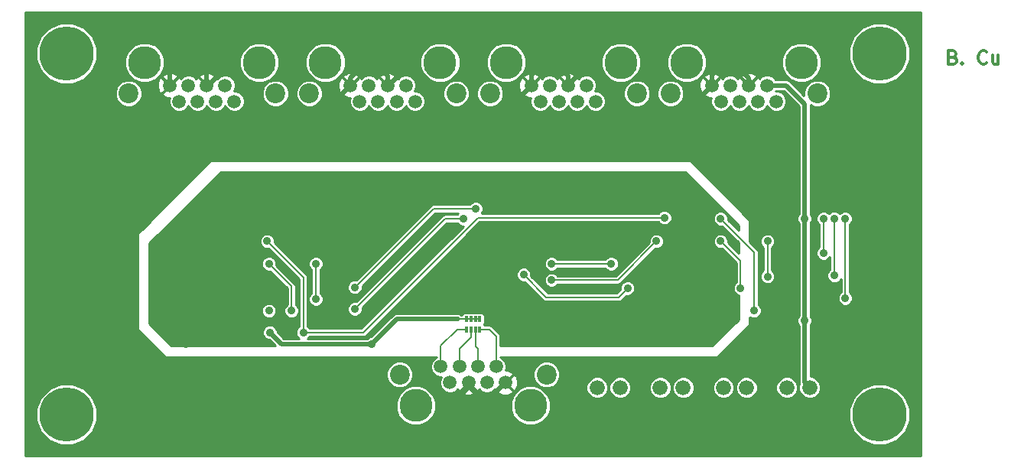
<source format=gbl>
G04 (created by PCBNEW (2013-07-07 BZR 4022)-stable) date 18/09/2013 13:21:15*
%MOIN*%
G04 Gerber Fmt 3.4, Leading zero omitted, Abs format*
%FSLAX34Y34*%
G01*
G70*
G90*
G04 APERTURE LIST*
%ADD10C,0.00590551*%
%ADD11C,0.011811*%
%ADD12C,0.066*%
%ADD13R,0.0118X0.0256*%
%ADD14C,0.23622*%
%ADD15C,0.1437*%
%ADD16C,0.0591*%
%ADD17C,0.0866142*%
%ADD18C,0.035*%
%ADD19C,0.0393701*%
%ADD20C,0.019685*%
%ADD21C,0.00787402*%
%ADD22C,0.01*%
G04 APERTURE END LIST*
G54D10*
G54D11*
X45334Y-6858D02*
X45419Y-6886D01*
X45447Y-6915D01*
X45475Y-6971D01*
X45475Y-7055D01*
X45447Y-7111D01*
X45419Y-7140D01*
X45362Y-7168D01*
X45137Y-7168D01*
X45137Y-6577D01*
X45334Y-6577D01*
X45390Y-6605D01*
X45419Y-6633D01*
X45447Y-6690D01*
X45447Y-6746D01*
X45419Y-6802D01*
X45390Y-6830D01*
X45334Y-6858D01*
X45137Y-6858D01*
X45728Y-7111D02*
X45756Y-7140D01*
X45728Y-7168D01*
X45700Y-7140D01*
X45728Y-7111D01*
X45728Y-7168D01*
X46796Y-7111D02*
X46768Y-7140D01*
X46684Y-7168D01*
X46628Y-7168D01*
X46543Y-7140D01*
X46487Y-7083D01*
X46459Y-7027D01*
X46431Y-6915D01*
X46431Y-6830D01*
X46459Y-6718D01*
X46487Y-6661D01*
X46543Y-6605D01*
X46628Y-6577D01*
X46684Y-6577D01*
X46768Y-6605D01*
X46796Y-6633D01*
X47303Y-6774D02*
X47303Y-7168D01*
X47050Y-6774D02*
X47050Y-7083D01*
X47078Y-7140D01*
X47134Y-7168D01*
X47218Y-7168D01*
X47275Y-7140D01*
X47303Y-7111D01*
G54D12*
X38082Y-21259D03*
X39082Y-21259D03*
X35326Y-21259D03*
X36326Y-21259D03*
X32570Y-21259D03*
X33570Y-21259D03*
X29814Y-21259D03*
X30814Y-21259D03*
G54D13*
X24704Y-18731D03*
X24507Y-18731D03*
X24310Y-18731D03*
X24113Y-18731D03*
X24113Y-18278D03*
X24310Y-18278D03*
X24507Y-18278D03*
X24704Y-18278D03*
G54D14*
X6692Y-6692D03*
X6692Y-22440D03*
X42125Y-22440D03*
X42125Y-6692D03*
G54D15*
X17972Y-7086D03*
X22972Y-7086D03*
G54D16*
X19066Y-8086D03*
X19468Y-8787D03*
X19870Y-8086D03*
X20271Y-8787D03*
X20673Y-8086D03*
X21074Y-8787D03*
X21476Y-8086D03*
X21877Y-8787D03*
G54D17*
X17271Y-8437D03*
X23673Y-8437D03*
G54D15*
X26909Y-22047D03*
X21909Y-22047D03*
G54D16*
X25814Y-21047D03*
X25413Y-20346D03*
X25011Y-21047D03*
X24610Y-20346D03*
X24208Y-21047D03*
X23807Y-20346D03*
X23405Y-21047D03*
X23003Y-20346D03*
G54D17*
X27610Y-20696D03*
X21208Y-20696D03*
G54D15*
X10098Y-7086D03*
X15098Y-7086D03*
G54D16*
X11192Y-8086D03*
X11594Y-8787D03*
X11996Y-8086D03*
X12397Y-8787D03*
X12799Y-8086D03*
X13200Y-8787D03*
X13602Y-8086D03*
X14003Y-8787D03*
G54D17*
X9397Y-8437D03*
X15799Y-8437D03*
G54D15*
X33720Y-7086D03*
X38720Y-7086D03*
G54D16*
X34814Y-8086D03*
X35216Y-8787D03*
X35618Y-8086D03*
X36019Y-8787D03*
X36421Y-8086D03*
X36822Y-8787D03*
X37224Y-8086D03*
X37625Y-8787D03*
G54D17*
X33019Y-8437D03*
X39421Y-8437D03*
G54D15*
X25846Y-7086D03*
X30846Y-7086D03*
G54D16*
X26940Y-8086D03*
X27342Y-8787D03*
X27744Y-8086D03*
X28145Y-8787D03*
X28547Y-8086D03*
X28948Y-8787D03*
X29350Y-8086D03*
X29751Y-8787D03*
G54D17*
X25145Y-8437D03*
X31547Y-8437D03*
G54D18*
X8188Y-13700D03*
X8188Y-14173D03*
X8188Y-13149D03*
X7322Y-20708D03*
X15551Y-18858D03*
X38858Y-18346D03*
X38858Y-13897D03*
X19994Y-19375D03*
X40629Y-13897D03*
X40629Y-17362D03*
X40157Y-16377D03*
X40157Y-13897D03*
X39685Y-15393D03*
X39685Y-13897D03*
X26614Y-16338D03*
X31141Y-16929D03*
X37244Y-16417D03*
X37244Y-14881D03*
X15511Y-17913D03*
X17559Y-17401D03*
X17559Y-15866D03*
X24527Y-13464D03*
X19251Y-16889D03*
X30433Y-15866D03*
X27834Y-15866D03*
X23976Y-13897D03*
X19251Y-17834D03*
X27834Y-16574D03*
X32401Y-14881D03*
X36062Y-16929D03*
X35196Y-14881D03*
X16496Y-17913D03*
X15511Y-15866D03*
X36653Y-17913D03*
X35196Y-13897D03*
X32755Y-13858D03*
X17007Y-18858D03*
X15433Y-14881D03*
X10826Y-16929D03*
X11181Y-16574D03*
X10826Y-16220D03*
X11889Y-19370D03*
X33385Y-18425D03*
G54D19*
X8188Y-13700D02*
X8188Y-13700D01*
X8188Y-13149D02*
X8188Y-13149D01*
G54D20*
X24208Y-21047D02*
X24208Y-21216D01*
X25129Y-21732D02*
X25814Y-21047D01*
X24724Y-21732D02*
X25129Y-21732D01*
X24208Y-21216D02*
X24724Y-21732D01*
X24208Y-21224D02*
X24208Y-21047D01*
X22125Y-23307D02*
X24208Y-21224D01*
X9921Y-23307D02*
X22125Y-23307D01*
X7322Y-20708D02*
X9921Y-23307D01*
X28547Y-8086D02*
X28547Y-8066D01*
X33216Y-9685D02*
X34814Y-8086D01*
X32677Y-9685D02*
X33216Y-9685D01*
X32362Y-9370D02*
X32677Y-9685D01*
X32362Y-6692D02*
X32362Y-9370D01*
X31496Y-5826D02*
X32362Y-6692D01*
X30157Y-5826D02*
X31496Y-5826D01*
X29527Y-6456D02*
X30157Y-5826D01*
X29527Y-7086D02*
X29527Y-6456D01*
X28547Y-8066D02*
X29527Y-7086D01*
X20673Y-8086D02*
X20732Y-8086D01*
X25421Y-9606D02*
X26940Y-8086D01*
X24881Y-9606D02*
X25421Y-9606D01*
X24409Y-9133D02*
X24881Y-9606D01*
X24409Y-6456D02*
X24409Y-9133D01*
X23700Y-5748D02*
X24409Y-6456D01*
X22519Y-5748D02*
X23700Y-5748D01*
X21889Y-6377D02*
X22519Y-5748D01*
X21889Y-6929D02*
X21889Y-6377D01*
X20732Y-8086D02*
X21889Y-6929D01*
X12799Y-8086D02*
X12858Y-8086D01*
X17547Y-9606D02*
X19066Y-8086D01*
X17244Y-9606D02*
X17547Y-9606D01*
X16535Y-8897D02*
X17244Y-9606D01*
X16535Y-6535D02*
X16535Y-8897D01*
X15826Y-5826D02*
X16535Y-6535D01*
X14488Y-5826D02*
X15826Y-5826D01*
X13779Y-6535D02*
X14488Y-5826D01*
X13779Y-7165D02*
X13779Y-6535D01*
X12858Y-8086D02*
X13779Y-7165D01*
X28547Y-8086D02*
X28547Y-7681D01*
X28547Y-7681D02*
X28110Y-7244D01*
X28110Y-7244D02*
X27322Y-7244D01*
X27322Y-7244D02*
X26940Y-7625D01*
X26940Y-7625D02*
X26940Y-8086D01*
X36421Y-8086D02*
X36421Y-7759D01*
X36421Y-7759D02*
X35984Y-7322D01*
X35984Y-7322D02*
X35118Y-7322D01*
X35118Y-7322D02*
X34814Y-7625D01*
X34814Y-7625D02*
X34814Y-8086D01*
X19066Y-8086D02*
X19066Y-7783D01*
X20673Y-7681D02*
X20673Y-8086D01*
X20314Y-7322D02*
X20673Y-7681D01*
X19527Y-7322D02*
X20314Y-7322D01*
X19066Y-7783D02*
X19527Y-7322D01*
X11192Y-8086D02*
X11192Y-7547D01*
X12799Y-7602D02*
X12799Y-8086D01*
X12440Y-7244D02*
X12799Y-7602D01*
X11496Y-7244D02*
X12440Y-7244D01*
X11192Y-7547D02*
X11496Y-7244D01*
X21091Y-18278D02*
X19994Y-19375D01*
G54D21*
X24113Y-18278D02*
X23740Y-18278D01*
G54D20*
X23740Y-18278D02*
X21091Y-18278D01*
X38858Y-13897D02*
X38858Y-8897D01*
X38047Y-8086D02*
X37224Y-8086D01*
X38858Y-8897D02*
X38047Y-8086D01*
G54D21*
X24507Y-18278D02*
X24704Y-18278D01*
G54D20*
X38858Y-18346D02*
X38858Y-21035D01*
X38858Y-21035D02*
X39082Y-21259D01*
X16068Y-19375D02*
X19994Y-19375D01*
X15551Y-18858D02*
X16068Y-19375D01*
X38858Y-18346D02*
X38858Y-13897D01*
G54D21*
X24113Y-18278D02*
X24310Y-18278D01*
X24310Y-18278D02*
X24507Y-18278D01*
X24113Y-18278D02*
X24102Y-18267D01*
X40629Y-17362D02*
X40629Y-13897D01*
X40157Y-13897D02*
X40157Y-16377D01*
X39685Y-13897D02*
X39685Y-15393D01*
X27598Y-17322D02*
X26614Y-16338D01*
X30748Y-17322D02*
X27598Y-17322D01*
X31141Y-16929D02*
X30748Y-17322D01*
X37244Y-14881D02*
X37244Y-16417D01*
X17559Y-15866D02*
X17559Y-17401D01*
X24113Y-18731D02*
X23709Y-18731D01*
X23709Y-18731D02*
X23003Y-19437D01*
X23003Y-19437D02*
X23003Y-20346D01*
X22677Y-13464D02*
X24527Y-13464D01*
X19251Y-16889D02*
X22677Y-13464D01*
X30433Y-15866D02*
X27834Y-15866D01*
X24310Y-18731D02*
X24310Y-19075D01*
X23807Y-19578D02*
X23807Y-20346D01*
X24310Y-19075D02*
X23807Y-19578D01*
X23188Y-13897D02*
X23976Y-13897D01*
X19251Y-17834D02*
X23188Y-13897D01*
X30708Y-16574D02*
X27834Y-16574D01*
X32401Y-14881D02*
X30708Y-16574D01*
X36062Y-15748D02*
X36062Y-16929D01*
X35196Y-14881D02*
X36062Y-15748D01*
X16496Y-16850D02*
X16496Y-17913D01*
X15511Y-15866D02*
X16496Y-16850D01*
X24507Y-18731D02*
X24507Y-19468D01*
X24507Y-19468D02*
X24610Y-19570D01*
X24610Y-19570D02*
X24610Y-20346D01*
X36653Y-15354D02*
X36653Y-17913D01*
X35196Y-13897D02*
X36653Y-15354D01*
X17007Y-18858D02*
X19606Y-18858D01*
X24606Y-13858D02*
X32755Y-13858D01*
X19606Y-18858D02*
X24606Y-13858D01*
X17007Y-16456D02*
X17007Y-18858D01*
X15433Y-14881D02*
X17007Y-16456D01*
X25413Y-20346D02*
X25413Y-19035D01*
X25109Y-18731D02*
X24704Y-18731D01*
X25413Y-19035D02*
X25109Y-18731D01*
G54D20*
X11889Y-15511D02*
X11889Y-19370D01*
X14566Y-12834D02*
X11889Y-15511D01*
X32913Y-12834D02*
X14566Y-12834D01*
X33385Y-13307D02*
X32913Y-12834D01*
X33385Y-18425D02*
X33385Y-13307D01*
G54D10*
G36*
X35973Y-18286D02*
X34821Y-19438D01*
X32725Y-19438D01*
X32725Y-14817D01*
X32675Y-14698D01*
X32585Y-14607D01*
X32466Y-14558D01*
X32337Y-14558D01*
X32218Y-14607D01*
X32127Y-14698D01*
X32078Y-14817D01*
X32078Y-14939D01*
X30756Y-16261D01*
X30756Y-15802D01*
X30707Y-15683D01*
X30616Y-15592D01*
X30497Y-15542D01*
X30369Y-15542D01*
X30250Y-15591D01*
X30163Y-15678D01*
X28104Y-15678D01*
X28018Y-15592D01*
X27899Y-15542D01*
X27770Y-15542D01*
X27651Y-15591D01*
X27560Y-15682D01*
X27511Y-15801D01*
X27511Y-15930D01*
X27560Y-16049D01*
X27651Y-16140D01*
X27770Y-16189D01*
X27898Y-16189D01*
X28017Y-16140D01*
X28104Y-16053D01*
X30163Y-16053D01*
X30249Y-16140D01*
X30368Y-16189D01*
X30497Y-16189D01*
X30616Y-16140D01*
X30707Y-16049D01*
X30756Y-15930D01*
X30756Y-15802D01*
X30756Y-16261D01*
X30630Y-16387D01*
X28104Y-16387D01*
X28018Y-16300D01*
X27899Y-16251D01*
X27770Y-16251D01*
X27651Y-16300D01*
X27560Y-16391D01*
X27511Y-16510D01*
X27511Y-16638D01*
X27560Y-16757D01*
X27651Y-16848D01*
X27770Y-16898D01*
X27898Y-16898D01*
X28017Y-16849D01*
X28104Y-16762D01*
X30708Y-16762D01*
X30780Y-16748D01*
X30841Y-16707D01*
X32343Y-15205D01*
X32465Y-15205D01*
X32584Y-15156D01*
X32675Y-15065D01*
X32724Y-14946D01*
X32725Y-14817D01*
X32725Y-19438D01*
X31465Y-19438D01*
X31465Y-16865D01*
X31416Y-16746D01*
X31325Y-16655D01*
X31206Y-16605D01*
X31077Y-16605D01*
X30958Y-16654D01*
X30867Y-16745D01*
X30818Y-16864D01*
X30818Y-16987D01*
X30670Y-17135D01*
X27676Y-17135D01*
X26937Y-16396D01*
X26937Y-16274D01*
X26888Y-16155D01*
X26797Y-16064D01*
X26678Y-16015D01*
X26550Y-16015D01*
X26431Y-16064D01*
X26340Y-16155D01*
X26290Y-16273D01*
X26290Y-16402D01*
X26339Y-16521D01*
X26430Y-16612D01*
X26549Y-16661D01*
X26672Y-16662D01*
X27465Y-17455D01*
X27465Y-17455D01*
X27526Y-17496D01*
X27526Y-17496D01*
X27598Y-17510D01*
X27598Y-17510D01*
X30748Y-17510D01*
X30819Y-17496D01*
X30880Y-17455D01*
X31083Y-17252D01*
X31205Y-17252D01*
X31324Y-17203D01*
X31415Y-17112D01*
X31465Y-16993D01*
X31465Y-16865D01*
X31465Y-19438D01*
X25601Y-19438D01*
X25601Y-19035D01*
X25601Y-19035D01*
X25586Y-18963D01*
X25586Y-18963D01*
X25546Y-18902D01*
X25546Y-18902D01*
X25242Y-18599D01*
X25181Y-18558D01*
X25109Y-18544D01*
X24899Y-18544D01*
X24889Y-18519D01*
X24875Y-18506D01*
X24890Y-18492D01*
X24913Y-18436D01*
X24913Y-18377D01*
X24913Y-18121D01*
X24890Y-18066D01*
X24848Y-18023D01*
X24793Y-18000D01*
X24733Y-18000D01*
X24615Y-18000D01*
X24605Y-18004D01*
X24596Y-18000D01*
X24536Y-18000D01*
X24418Y-18000D01*
X24408Y-18004D01*
X24399Y-18000D01*
X24339Y-18000D01*
X24221Y-18000D01*
X24211Y-18004D01*
X24202Y-18000D01*
X24142Y-18000D01*
X24024Y-18000D01*
X23969Y-18023D01*
X23927Y-18065D01*
X23917Y-18089D01*
X23895Y-18089D01*
X23835Y-18049D01*
X23740Y-18030D01*
X21091Y-18030D01*
X20996Y-18049D01*
X20915Y-18103D01*
X19967Y-19050D01*
X19929Y-19050D01*
X19810Y-19100D01*
X19782Y-19127D01*
X17195Y-19127D01*
X17277Y-19046D01*
X19606Y-19046D01*
X19678Y-19031D01*
X19739Y-18991D01*
X24684Y-14046D01*
X32486Y-14046D01*
X32572Y-14132D01*
X32691Y-14181D01*
X32819Y-14181D01*
X32938Y-14132D01*
X33029Y-14041D01*
X33079Y-13922D01*
X33079Y-13794D01*
X33030Y-13675D01*
X32939Y-13584D01*
X32820Y-13534D01*
X32691Y-13534D01*
X32572Y-13583D01*
X32486Y-13670D01*
X24779Y-13670D01*
X24801Y-13648D01*
X24850Y-13529D01*
X24851Y-13400D01*
X24801Y-13281D01*
X24711Y-13190D01*
X24592Y-13141D01*
X24463Y-13141D01*
X24344Y-13190D01*
X24257Y-13276D01*
X22677Y-13276D01*
X22605Y-13291D01*
X22544Y-13331D01*
X22544Y-13331D01*
X22544Y-13331D01*
X19309Y-16566D01*
X19187Y-16566D01*
X19069Y-16615D01*
X18977Y-16706D01*
X18928Y-16825D01*
X18928Y-16953D01*
X18977Y-17072D01*
X19068Y-17163D01*
X19187Y-17213D01*
X19316Y-17213D01*
X19434Y-17164D01*
X19525Y-17073D01*
X19575Y-16954D01*
X19575Y-16831D01*
X22754Y-13652D01*
X23764Y-13652D01*
X23706Y-13709D01*
X23188Y-13709D01*
X23117Y-13724D01*
X23056Y-13764D01*
X23056Y-13764D01*
X19309Y-17511D01*
X19187Y-17511D01*
X19069Y-17560D01*
X18977Y-17651D01*
X18928Y-17770D01*
X18928Y-17898D01*
X18977Y-18017D01*
X19068Y-18108D01*
X19187Y-18158D01*
X19316Y-18158D01*
X19434Y-18108D01*
X19525Y-18018D01*
X19575Y-17899D01*
X19575Y-17776D01*
X23266Y-14085D01*
X23706Y-14085D01*
X23792Y-14171D01*
X23911Y-14221D01*
X23977Y-14221D01*
X19528Y-18670D01*
X17882Y-18670D01*
X17882Y-17337D01*
X17833Y-17218D01*
X17746Y-17131D01*
X17746Y-16135D01*
X17833Y-16049D01*
X17882Y-15930D01*
X17882Y-15802D01*
X17833Y-15683D01*
X17742Y-15592D01*
X17623Y-15542D01*
X17495Y-15542D01*
X17376Y-15591D01*
X17285Y-15682D01*
X17235Y-15801D01*
X17235Y-15930D01*
X17284Y-16049D01*
X17371Y-16135D01*
X17371Y-17132D01*
X17285Y-17218D01*
X17235Y-17336D01*
X17235Y-17465D01*
X17284Y-17584D01*
X17375Y-17675D01*
X17494Y-17724D01*
X17623Y-17725D01*
X17742Y-17675D01*
X17833Y-17585D01*
X17882Y-17466D01*
X17882Y-17337D01*
X17882Y-18670D01*
X17277Y-18670D01*
X17195Y-18588D01*
X17195Y-16456D01*
X17181Y-16384D01*
X17140Y-16323D01*
X15756Y-14939D01*
X15756Y-14817D01*
X15707Y-14698D01*
X15616Y-14607D01*
X15497Y-14558D01*
X15369Y-14558D01*
X15250Y-14607D01*
X15159Y-14698D01*
X15109Y-14817D01*
X15109Y-14945D01*
X15158Y-15064D01*
X15249Y-15155D01*
X15368Y-15205D01*
X15490Y-15205D01*
X16820Y-16534D01*
X16820Y-18588D01*
X16819Y-18589D01*
X16819Y-17849D01*
X16770Y-17730D01*
X16683Y-17643D01*
X16683Y-16850D01*
X16683Y-16850D01*
X16669Y-16778D01*
X16669Y-16778D01*
X16628Y-16717D01*
X16628Y-16717D01*
X15835Y-15923D01*
X15835Y-15802D01*
X15786Y-15683D01*
X15695Y-15592D01*
X15576Y-15542D01*
X15447Y-15542D01*
X15328Y-15591D01*
X15237Y-15682D01*
X15188Y-15801D01*
X15188Y-15930D01*
X15237Y-16049D01*
X15328Y-16140D01*
X15447Y-16189D01*
X15569Y-16189D01*
X16308Y-16928D01*
X16308Y-17643D01*
X16222Y-17729D01*
X16172Y-17848D01*
X16172Y-17977D01*
X16221Y-18096D01*
X16312Y-18187D01*
X16431Y-18236D01*
X16560Y-18236D01*
X16679Y-18187D01*
X16770Y-18096D01*
X16819Y-17978D01*
X16819Y-17849D01*
X16819Y-18589D01*
X16733Y-18674D01*
X16684Y-18793D01*
X16684Y-18922D01*
X16733Y-19041D01*
X16819Y-19127D01*
X16171Y-19127D01*
X15876Y-18831D01*
X15876Y-18793D01*
X15835Y-18694D01*
X15835Y-17849D01*
X15786Y-17730D01*
X15695Y-17639D01*
X15576Y-17590D01*
X15447Y-17589D01*
X15328Y-17639D01*
X15237Y-17729D01*
X15188Y-17848D01*
X15188Y-17977D01*
X15237Y-18096D01*
X15328Y-18187D01*
X15447Y-18236D01*
X15575Y-18236D01*
X15694Y-18187D01*
X15785Y-18096D01*
X15835Y-17978D01*
X15835Y-17849D01*
X15835Y-18694D01*
X15826Y-18674D01*
X15735Y-18582D01*
X15616Y-18533D01*
X15486Y-18533D01*
X15367Y-18582D01*
X15275Y-18673D01*
X15226Y-18793D01*
X15226Y-18922D01*
X15275Y-19042D01*
X15366Y-19133D01*
X15486Y-19183D01*
X15524Y-19183D01*
X15779Y-19438D01*
X11241Y-19438D01*
X10286Y-18483D01*
X10286Y-14981D01*
X13406Y-11861D01*
X33640Y-11861D01*
X35973Y-14193D01*
X35973Y-14408D01*
X35520Y-13955D01*
X35520Y-13833D01*
X35471Y-13714D01*
X35380Y-13623D01*
X35261Y-13574D01*
X35132Y-13574D01*
X35013Y-13623D01*
X34922Y-13714D01*
X34873Y-13833D01*
X34873Y-13961D01*
X34922Y-14080D01*
X35013Y-14171D01*
X35132Y-14221D01*
X35254Y-14221D01*
X35973Y-14939D01*
X35973Y-15393D01*
X35520Y-14939D01*
X35520Y-14817D01*
X35471Y-14698D01*
X35380Y-14607D01*
X35261Y-14558D01*
X35132Y-14558D01*
X35013Y-14607D01*
X34922Y-14698D01*
X34873Y-14817D01*
X34873Y-14945D01*
X34922Y-15064D01*
X35013Y-15155D01*
X35132Y-15205D01*
X35254Y-15205D01*
X35875Y-15825D01*
X35875Y-16659D01*
X35788Y-16745D01*
X35739Y-16864D01*
X35739Y-16993D01*
X35788Y-17112D01*
X35879Y-17203D01*
X35973Y-17242D01*
X35973Y-18286D01*
X35973Y-18286D01*
G37*
G54D22*
X35973Y-18286D02*
X34821Y-19438D01*
X32725Y-19438D01*
X32725Y-14817D01*
X32675Y-14698D01*
X32585Y-14607D01*
X32466Y-14558D01*
X32337Y-14558D01*
X32218Y-14607D01*
X32127Y-14698D01*
X32078Y-14817D01*
X32078Y-14939D01*
X30756Y-16261D01*
X30756Y-15802D01*
X30707Y-15683D01*
X30616Y-15592D01*
X30497Y-15542D01*
X30369Y-15542D01*
X30250Y-15591D01*
X30163Y-15678D01*
X28104Y-15678D01*
X28018Y-15592D01*
X27899Y-15542D01*
X27770Y-15542D01*
X27651Y-15591D01*
X27560Y-15682D01*
X27511Y-15801D01*
X27511Y-15930D01*
X27560Y-16049D01*
X27651Y-16140D01*
X27770Y-16189D01*
X27898Y-16189D01*
X28017Y-16140D01*
X28104Y-16053D01*
X30163Y-16053D01*
X30249Y-16140D01*
X30368Y-16189D01*
X30497Y-16189D01*
X30616Y-16140D01*
X30707Y-16049D01*
X30756Y-15930D01*
X30756Y-15802D01*
X30756Y-16261D01*
X30630Y-16387D01*
X28104Y-16387D01*
X28018Y-16300D01*
X27899Y-16251D01*
X27770Y-16251D01*
X27651Y-16300D01*
X27560Y-16391D01*
X27511Y-16510D01*
X27511Y-16638D01*
X27560Y-16757D01*
X27651Y-16848D01*
X27770Y-16898D01*
X27898Y-16898D01*
X28017Y-16849D01*
X28104Y-16762D01*
X30708Y-16762D01*
X30780Y-16748D01*
X30841Y-16707D01*
X32343Y-15205D01*
X32465Y-15205D01*
X32584Y-15156D01*
X32675Y-15065D01*
X32724Y-14946D01*
X32725Y-14817D01*
X32725Y-19438D01*
X31465Y-19438D01*
X31465Y-16865D01*
X31416Y-16746D01*
X31325Y-16655D01*
X31206Y-16605D01*
X31077Y-16605D01*
X30958Y-16654D01*
X30867Y-16745D01*
X30818Y-16864D01*
X30818Y-16987D01*
X30670Y-17135D01*
X27676Y-17135D01*
X26937Y-16396D01*
X26937Y-16274D01*
X26888Y-16155D01*
X26797Y-16064D01*
X26678Y-16015D01*
X26550Y-16015D01*
X26431Y-16064D01*
X26340Y-16155D01*
X26290Y-16273D01*
X26290Y-16402D01*
X26339Y-16521D01*
X26430Y-16612D01*
X26549Y-16661D01*
X26672Y-16662D01*
X27465Y-17455D01*
X27465Y-17455D01*
X27526Y-17496D01*
X27526Y-17496D01*
X27598Y-17510D01*
X27598Y-17510D01*
X30748Y-17510D01*
X30819Y-17496D01*
X30880Y-17455D01*
X31083Y-17252D01*
X31205Y-17252D01*
X31324Y-17203D01*
X31415Y-17112D01*
X31465Y-16993D01*
X31465Y-16865D01*
X31465Y-19438D01*
X25601Y-19438D01*
X25601Y-19035D01*
X25601Y-19035D01*
X25586Y-18963D01*
X25586Y-18963D01*
X25546Y-18902D01*
X25546Y-18902D01*
X25242Y-18599D01*
X25181Y-18558D01*
X25109Y-18544D01*
X24899Y-18544D01*
X24889Y-18519D01*
X24875Y-18506D01*
X24890Y-18492D01*
X24913Y-18436D01*
X24913Y-18377D01*
X24913Y-18121D01*
X24890Y-18066D01*
X24848Y-18023D01*
X24793Y-18000D01*
X24733Y-18000D01*
X24615Y-18000D01*
X24605Y-18004D01*
X24596Y-18000D01*
X24536Y-18000D01*
X24418Y-18000D01*
X24408Y-18004D01*
X24399Y-18000D01*
X24339Y-18000D01*
X24221Y-18000D01*
X24211Y-18004D01*
X24202Y-18000D01*
X24142Y-18000D01*
X24024Y-18000D01*
X23969Y-18023D01*
X23927Y-18065D01*
X23917Y-18089D01*
X23895Y-18089D01*
X23835Y-18049D01*
X23740Y-18030D01*
X21091Y-18030D01*
X20996Y-18049D01*
X20915Y-18103D01*
X19967Y-19050D01*
X19929Y-19050D01*
X19810Y-19100D01*
X19782Y-19127D01*
X17195Y-19127D01*
X17277Y-19046D01*
X19606Y-19046D01*
X19678Y-19031D01*
X19739Y-18991D01*
X24684Y-14046D01*
X32486Y-14046D01*
X32572Y-14132D01*
X32691Y-14181D01*
X32819Y-14181D01*
X32938Y-14132D01*
X33029Y-14041D01*
X33079Y-13922D01*
X33079Y-13794D01*
X33030Y-13675D01*
X32939Y-13584D01*
X32820Y-13534D01*
X32691Y-13534D01*
X32572Y-13583D01*
X32486Y-13670D01*
X24779Y-13670D01*
X24801Y-13648D01*
X24850Y-13529D01*
X24851Y-13400D01*
X24801Y-13281D01*
X24711Y-13190D01*
X24592Y-13141D01*
X24463Y-13141D01*
X24344Y-13190D01*
X24257Y-13276D01*
X22677Y-13276D01*
X22605Y-13291D01*
X22544Y-13331D01*
X22544Y-13331D01*
X22544Y-13331D01*
X19309Y-16566D01*
X19187Y-16566D01*
X19069Y-16615D01*
X18977Y-16706D01*
X18928Y-16825D01*
X18928Y-16953D01*
X18977Y-17072D01*
X19068Y-17163D01*
X19187Y-17213D01*
X19316Y-17213D01*
X19434Y-17164D01*
X19525Y-17073D01*
X19575Y-16954D01*
X19575Y-16831D01*
X22754Y-13652D01*
X23764Y-13652D01*
X23706Y-13709D01*
X23188Y-13709D01*
X23117Y-13724D01*
X23056Y-13764D01*
X23056Y-13764D01*
X19309Y-17511D01*
X19187Y-17511D01*
X19069Y-17560D01*
X18977Y-17651D01*
X18928Y-17770D01*
X18928Y-17898D01*
X18977Y-18017D01*
X19068Y-18108D01*
X19187Y-18158D01*
X19316Y-18158D01*
X19434Y-18108D01*
X19525Y-18018D01*
X19575Y-17899D01*
X19575Y-17776D01*
X23266Y-14085D01*
X23706Y-14085D01*
X23792Y-14171D01*
X23911Y-14221D01*
X23977Y-14221D01*
X19528Y-18670D01*
X17882Y-18670D01*
X17882Y-17337D01*
X17833Y-17218D01*
X17746Y-17131D01*
X17746Y-16135D01*
X17833Y-16049D01*
X17882Y-15930D01*
X17882Y-15802D01*
X17833Y-15683D01*
X17742Y-15592D01*
X17623Y-15542D01*
X17495Y-15542D01*
X17376Y-15591D01*
X17285Y-15682D01*
X17235Y-15801D01*
X17235Y-15930D01*
X17284Y-16049D01*
X17371Y-16135D01*
X17371Y-17132D01*
X17285Y-17218D01*
X17235Y-17336D01*
X17235Y-17465D01*
X17284Y-17584D01*
X17375Y-17675D01*
X17494Y-17724D01*
X17623Y-17725D01*
X17742Y-17675D01*
X17833Y-17585D01*
X17882Y-17466D01*
X17882Y-17337D01*
X17882Y-18670D01*
X17277Y-18670D01*
X17195Y-18588D01*
X17195Y-16456D01*
X17181Y-16384D01*
X17140Y-16323D01*
X15756Y-14939D01*
X15756Y-14817D01*
X15707Y-14698D01*
X15616Y-14607D01*
X15497Y-14558D01*
X15369Y-14558D01*
X15250Y-14607D01*
X15159Y-14698D01*
X15109Y-14817D01*
X15109Y-14945D01*
X15158Y-15064D01*
X15249Y-15155D01*
X15368Y-15205D01*
X15490Y-15205D01*
X16820Y-16534D01*
X16820Y-18588D01*
X16819Y-18589D01*
X16819Y-17849D01*
X16770Y-17730D01*
X16683Y-17643D01*
X16683Y-16850D01*
X16683Y-16850D01*
X16669Y-16778D01*
X16669Y-16778D01*
X16628Y-16717D01*
X16628Y-16717D01*
X15835Y-15923D01*
X15835Y-15802D01*
X15786Y-15683D01*
X15695Y-15592D01*
X15576Y-15542D01*
X15447Y-15542D01*
X15328Y-15591D01*
X15237Y-15682D01*
X15188Y-15801D01*
X15188Y-15930D01*
X15237Y-16049D01*
X15328Y-16140D01*
X15447Y-16189D01*
X15569Y-16189D01*
X16308Y-16928D01*
X16308Y-17643D01*
X16222Y-17729D01*
X16172Y-17848D01*
X16172Y-17977D01*
X16221Y-18096D01*
X16312Y-18187D01*
X16431Y-18236D01*
X16560Y-18236D01*
X16679Y-18187D01*
X16770Y-18096D01*
X16819Y-17978D01*
X16819Y-17849D01*
X16819Y-18589D01*
X16733Y-18674D01*
X16684Y-18793D01*
X16684Y-18922D01*
X16733Y-19041D01*
X16819Y-19127D01*
X16171Y-19127D01*
X15876Y-18831D01*
X15876Y-18793D01*
X15835Y-18694D01*
X15835Y-17849D01*
X15786Y-17730D01*
X15695Y-17639D01*
X15576Y-17590D01*
X15447Y-17589D01*
X15328Y-17639D01*
X15237Y-17729D01*
X15188Y-17848D01*
X15188Y-17977D01*
X15237Y-18096D01*
X15328Y-18187D01*
X15447Y-18236D01*
X15575Y-18236D01*
X15694Y-18187D01*
X15785Y-18096D01*
X15835Y-17978D01*
X15835Y-17849D01*
X15835Y-18694D01*
X15826Y-18674D01*
X15735Y-18582D01*
X15616Y-18533D01*
X15486Y-18533D01*
X15367Y-18582D01*
X15275Y-18673D01*
X15226Y-18793D01*
X15226Y-18922D01*
X15275Y-19042D01*
X15366Y-19133D01*
X15486Y-19183D01*
X15524Y-19183D01*
X15779Y-19438D01*
X11241Y-19438D01*
X10286Y-18483D01*
X10286Y-14981D01*
X13406Y-11861D01*
X33640Y-11861D01*
X35973Y-14193D01*
X35973Y-14408D01*
X35520Y-13955D01*
X35520Y-13833D01*
X35471Y-13714D01*
X35380Y-13623D01*
X35261Y-13574D01*
X35132Y-13574D01*
X35013Y-13623D01*
X34922Y-13714D01*
X34873Y-13833D01*
X34873Y-13961D01*
X34922Y-14080D01*
X35013Y-14171D01*
X35132Y-14221D01*
X35254Y-14221D01*
X35973Y-14939D01*
X35973Y-15393D01*
X35520Y-14939D01*
X35520Y-14817D01*
X35471Y-14698D01*
X35380Y-14607D01*
X35261Y-14558D01*
X35132Y-14558D01*
X35013Y-14607D01*
X34922Y-14698D01*
X34873Y-14817D01*
X34873Y-14945D01*
X34922Y-15064D01*
X35013Y-15155D01*
X35132Y-15205D01*
X35254Y-15205D01*
X35875Y-15825D01*
X35875Y-16659D01*
X35788Y-16745D01*
X35739Y-16864D01*
X35739Y-16993D01*
X35788Y-17112D01*
X35879Y-17203D01*
X35973Y-17242D01*
X35973Y-18286D01*
G54D10*
G36*
X43916Y-24231D02*
X43457Y-24231D01*
X43457Y-22177D01*
X43457Y-6429D01*
X43255Y-5939D01*
X42880Y-5565D01*
X42391Y-5362D01*
X41862Y-5361D01*
X41372Y-5563D01*
X40998Y-5937D01*
X40795Y-6426D01*
X40794Y-6956D01*
X40996Y-7445D01*
X41370Y-7820D01*
X41860Y-8023D01*
X42389Y-8024D01*
X42879Y-7822D01*
X43253Y-7447D01*
X43456Y-6958D01*
X43457Y-6429D01*
X43457Y-22177D01*
X43255Y-21687D01*
X42880Y-21313D01*
X42391Y-21110D01*
X41862Y-21109D01*
X41372Y-21311D01*
X40998Y-21685D01*
X40953Y-21793D01*
X40953Y-17298D01*
X40904Y-17179D01*
X40817Y-17092D01*
X40817Y-14167D01*
X40903Y-14081D01*
X40953Y-13962D01*
X40953Y-13833D01*
X40904Y-13714D01*
X40813Y-13623D01*
X40694Y-13574D01*
X40565Y-13574D01*
X40446Y-13623D01*
X40393Y-13676D01*
X40340Y-13623D01*
X40222Y-13574D01*
X40093Y-13574D01*
X40004Y-13610D01*
X40004Y-8321D01*
X39915Y-8107D01*
X39751Y-7942D01*
X39589Y-7875D01*
X39589Y-6914D01*
X39457Y-6595D01*
X39213Y-6350D01*
X38893Y-6218D01*
X38548Y-6217D01*
X38229Y-6349D01*
X37984Y-6594D01*
X37852Y-6913D01*
X37851Y-7258D01*
X37983Y-7577D01*
X38227Y-7822D01*
X38546Y-7954D01*
X38892Y-7955D01*
X39211Y-7823D01*
X39456Y-7579D01*
X39588Y-7260D01*
X39589Y-6914D01*
X39589Y-7875D01*
X39537Y-7854D01*
X39305Y-7853D01*
X39091Y-7942D01*
X38927Y-8106D01*
X38838Y-8320D01*
X38838Y-8526D01*
X38222Y-7910D01*
X38142Y-7857D01*
X38047Y-7838D01*
X37603Y-7838D01*
X37602Y-7834D01*
X37477Y-7709D01*
X37313Y-7641D01*
X37136Y-7641D01*
X36972Y-7708D01*
X36891Y-7789D01*
X36890Y-7788D01*
X36876Y-7767D01*
X36776Y-7743D01*
X36763Y-7756D01*
X36763Y-7731D01*
X36740Y-7631D01*
X36542Y-7543D01*
X36325Y-7538D01*
X36122Y-7617D01*
X36101Y-7631D01*
X36078Y-7731D01*
X36421Y-8073D01*
X36763Y-7731D01*
X36763Y-7756D01*
X36434Y-8086D01*
X36439Y-8092D01*
X36426Y-8104D01*
X36421Y-8099D01*
X36415Y-8104D01*
X36402Y-8092D01*
X36408Y-8086D01*
X36065Y-7743D01*
X35966Y-7767D01*
X35954Y-7793D01*
X35870Y-7709D01*
X35707Y-7641D01*
X35529Y-7641D01*
X35366Y-7708D01*
X35284Y-7789D01*
X35284Y-7788D01*
X35270Y-7767D01*
X35170Y-7743D01*
X35157Y-7756D01*
X35157Y-7731D01*
X35134Y-7631D01*
X34935Y-7543D01*
X34719Y-7538D01*
X34589Y-7589D01*
X34589Y-6914D01*
X34457Y-6595D01*
X34213Y-6350D01*
X33893Y-6218D01*
X33548Y-6217D01*
X33229Y-6349D01*
X32984Y-6594D01*
X32852Y-6913D01*
X32851Y-7258D01*
X32983Y-7577D01*
X33227Y-7822D01*
X33546Y-7954D01*
X33892Y-7955D01*
X34211Y-7823D01*
X34456Y-7579D01*
X34588Y-7260D01*
X34589Y-6914D01*
X34589Y-7589D01*
X34516Y-7617D01*
X34495Y-7631D01*
X34472Y-7731D01*
X34814Y-8073D01*
X35157Y-7731D01*
X35157Y-7756D01*
X34827Y-8086D01*
X34833Y-8092D01*
X34820Y-8104D01*
X34814Y-8099D01*
X34802Y-8112D01*
X34802Y-8086D01*
X34459Y-7743D01*
X34359Y-7767D01*
X34272Y-7965D01*
X34267Y-8182D01*
X34345Y-8384D01*
X34359Y-8406D01*
X34459Y-8429D01*
X34802Y-8086D01*
X34802Y-8112D01*
X34472Y-8442D01*
X34495Y-8541D01*
X34693Y-8629D01*
X34800Y-8631D01*
X34772Y-8698D01*
X34772Y-8875D01*
X34839Y-9038D01*
X34964Y-9163D01*
X35127Y-9231D01*
X35304Y-9231D01*
X35467Y-9163D01*
X35592Y-9039D01*
X35618Y-8977D01*
X35643Y-9038D01*
X35767Y-9163D01*
X35930Y-9231D01*
X36107Y-9231D01*
X36270Y-9163D01*
X36395Y-9039D01*
X36421Y-8977D01*
X36446Y-9038D01*
X36571Y-9163D01*
X36734Y-9231D01*
X36910Y-9231D01*
X37073Y-9163D01*
X37198Y-9039D01*
X37224Y-8977D01*
X37249Y-9038D01*
X37374Y-9163D01*
X37537Y-9231D01*
X37713Y-9231D01*
X37877Y-9163D01*
X38002Y-9039D01*
X38069Y-8876D01*
X38069Y-8699D01*
X38002Y-8536D01*
X37877Y-8411D01*
X37714Y-8343D01*
X37597Y-8343D01*
X37601Y-8339D01*
X37603Y-8335D01*
X37944Y-8335D01*
X38609Y-9000D01*
X38609Y-13686D01*
X38582Y-13713D01*
X38533Y-13832D01*
X38533Y-13962D01*
X38582Y-14081D01*
X38609Y-14108D01*
X38609Y-18135D01*
X38582Y-18162D01*
X38533Y-18281D01*
X38533Y-18410D01*
X38582Y-18530D01*
X38609Y-18557D01*
X38609Y-21035D01*
X38624Y-21110D01*
X38602Y-21163D01*
X38602Y-21354D01*
X38675Y-21531D01*
X38810Y-21666D01*
X38986Y-21739D01*
X39177Y-21739D01*
X39354Y-21667D01*
X39489Y-21532D01*
X39562Y-21355D01*
X39562Y-21164D01*
X39489Y-20988D01*
X39354Y-20853D01*
X39178Y-20779D01*
X39106Y-20779D01*
X39106Y-18557D01*
X39133Y-18530D01*
X39183Y-18411D01*
X39183Y-18282D01*
X39133Y-18162D01*
X39106Y-18135D01*
X39106Y-14108D01*
X39133Y-14081D01*
X39183Y-13962D01*
X39183Y-13833D01*
X39133Y-13713D01*
X39106Y-13686D01*
X39106Y-8937D01*
X39304Y-9019D01*
X39536Y-9020D01*
X39751Y-8931D01*
X39915Y-8767D01*
X40004Y-8553D01*
X40004Y-8321D01*
X40004Y-13610D01*
X39974Y-13623D01*
X39921Y-13676D01*
X39868Y-13623D01*
X39749Y-13574D01*
X39620Y-13574D01*
X39502Y-13623D01*
X39411Y-13714D01*
X39361Y-13833D01*
X39361Y-13961D01*
X39410Y-14080D01*
X39497Y-14167D01*
X39497Y-15124D01*
X39411Y-15210D01*
X39361Y-15329D01*
X39361Y-15457D01*
X39410Y-15576D01*
X39501Y-15667D01*
X39620Y-15717D01*
X39749Y-15717D01*
X39868Y-15668D01*
X39959Y-15577D01*
X39969Y-15551D01*
X39969Y-16108D01*
X39883Y-16194D01*
X39834Y-16313D01*
X39833Y-16442D01*
X39883Y-16560D01*
X39974Y-16651D01*
X40092Y-16701D01*
X40221Y-16701D01*
X40340Y-16652D01*
X40431Y-16561D01*
X40442Y-16535D01*
X40442Y-17092D01*
X40355Y-17178D01*
X40306Y-17297D01*
X40306Y-17426D01*
X40355Y-17545D01*
X40446Y-17636D01*
X40565Y-17685D01*
X40693Y-17685D01*
X40812Y-17636D01*
X40903Y-17545D01*
X40953Y-17426D01*
X40953Y-17298D01*
X40953Y-21793D01*
X40795Y-22175D01*
X40794Y-22704D01*
X40996Y-23193D01*
X41370Y-23568D01*
X41860Y-23771D01*
X42389Y-23772D01*
X42879Y-23570D01*
X43253Y-23195D01*
X43456Y-22706D01*
X43457Y-22177D01*
X43457Y-24231D01*
X38561Y-24231D01*
X38561Y-21165D01*
X38488Y-20989D01*
X38354Y-20854D01*
X38178Y-20781D01*
X37987Y-20781D01*
X37812Y-20854D01*
X37677Y-20988D01*
X37604Y-21164D01*
X37604Y-21354D01*
X37676Y-21530D01*
X37811Y-21665D01*
X37987Y-21738D01*
X38177Y-21738D01*
X38353Y-21665D01*
X38488Y-21531D01*
X38561Y-21355D01*
X38561Y-21165D01*
X38561Y-24231D01*
X37567Y-24231D01*
X37567Y-16353D01*
X37518Y-16234D01*
X37431Y-16147D01*
X37431Y-15151D01*
X37518Y-15065D01*
X37567Y-14946D01*
X37567Y-14817D01*
X37518Y-14698D01*
X37427Y-14607D01*
X37308Y-14558D01*
X37180Y-14558D01*
X37061Y-14607D01*
X36970Y-14698D01*
X36920Y-14817D01*
X36920Y-14945D01*
X36969Y-15064D01*
X37056Y-15151D01*
X37056Y-16147D01*
X36970Y-16233D01*
X36920Y-16352D01*
X36920Y-16481D01*
X36969Y-16600D01*
X37060Y-16691D01*
X37179Y-16740D01*
X37308Y-16740D01*
X37427Y-16691D01*
X37518Y-16600D01*
X37567Y-16481D01*
X37567Y-16353D01*
X37567Y-24231D01*
X36977Y-24231D01*
X36977Y-17849D01*
X36927Y-17730D01*
X36841Y-17643D01*
X36841Y-15354D01*
X36827Y-15282D01*
X36786Y-15221D01*
X36467Y-14902D01*
X36467Y-13955D01*
X34090Y-11578D01*
X33878Y-11367D01*
X33602Y-11367D01*
X33602Y-8321D01*
X33514Y-8107D01*
X33350Y-7942D01*
X33136Y-7854D01*
X32904Y-7853D01*
X32689Y-7942D01*
X32525Y-8106D01*
X32436Y-8320D01*
X32436Y-8552D01*
X32525Y-8766D01*
X32688Y-8931D01*
X32903Y-9019D01*
X33135Y-9020D01*
X33349Y-8931D01*
X33513Y-8767D01*
X33602Y-8553D01*
X33602Y-8321D01*
X33602Y-11367D01*
X32130Y-11367D01*
X32130Y-8321D01*
X32041Y-8107D01*
X31877Y-7942D01*
X31715Y-7875D01*
X31715Y-6914D01*
X31583Y-6595D01*
X31339Y-6350D01*
X31019Y-6218D01*
X30674Y-6217D01*
X30355Y-6349D01*
X30110Y-6594D01*
X29978Y-6913D01*
X29977Y-7258D01*
X30109Y-7577D01*
X30353Y-7822D01*
X30672Y-7954D01*
X31018Y-7955D01*
X31337Y-7823D01*
X31582Y-7579D01*
X31714Y-7260D01*
X31715Y-6914D01*
X31715Y-7875D01*
X31663Y-7854D01*
X31431Y-7853D01*
X31217Y-7942D01*
X31053Y-8106D01*
X30964Y-8320D01*
X30964Y-8552D01*
X31052Y-8766D01*
X31216Y-8931D01*
X31430Y-9019D01*
X31662Y-9020D01*
X31877Y-8931D01*
X32041Y-8767D01*
X32130Y-8553D01*
X32130Y-8321D01*
X32130Y-11367D01*
X30195Y-11367D01*
X30195Y-8699D01*
X30128Y-8536D01*
X30003Y-8411D01*
X29840Y-8343D01*
X29723Y-8343D01*
X29727Y-8339D01*
X29795Y-8175D01*
X29795Y-7998D01*
X29728Y-7834D01*
X29603Y-7709D01*
X29439Y-7641D01*
X29262Y-7641D01*
X29098Y-7708D01*
X29017Y-7789D01*
X29016Y-7788D01*
X29002Y-7767D01*
X28902Y-7743D01*
X28889Y-7756D01*
X28889Y-7731D01*
X28866Y-7631D01*
X28668Y-7543D01*
X28451Y-7538D01*
X28248Y-7617D01*
X28227Y-7631D01*
X28204Y-7731D01*
X28547Y-8073D01*
X28889Y-7731D01*
X28889Y-7756D01*
X28560Y-8086D01*
X28565Y-8092D01*
X28552Y-8104D01*
X28547Y-8099D01*
X28541Y-8104D01*
X28528Y-8092D01*
X28534Y-8086D01*
X28191Y-7743D01*
X28092Y-7767D01*
X28080Y-7793D01*
X27996Y-7709D01*
X27833Y-7641D01*
X27655Y-7641D01*
X27492Y-7708D01*
X27410Y-7789D01*
X27410Y-7788D01*
X27396Y-7767D01*
X27296Y-7743D01*
X27283Y-7756D01*
X27283Y-7731D01*
X27260Y-7631D01*
X27061Y-7543D01*
X26845Y-7538D01*
X26715Y-7589D01*
X26715Y-6914D01*
X26583Y-6595D01*
X26339Y-6350D01*
X26019Y-6218D01*
X25674Y-6217D01*
X25355Y-6349D01*
X25110Y-6594D01*
X24978Y-6913D01*
X24977Y-7258D01*
X25109Y-7577D01*
X25353Y-7822D01*
X25672Y-7954D01*
X26018Y-7955D01*
X26337Y-7823D01*
X26582Y-7579D01*
X26714Y-7260D01*
X26715Y-6914D01*
X26715Y-7589D01*
X26642Y-7617D01*
X26621Y-7631D01*
X26598Y-7731D01*
X26940Y-8073D01*
X27283Y-7731D01*
X27283Y-7756D01*
X26953Y-8086D01*
X26959Y-8092D01*
X26946Y-8104D01*
X26940Y-8099D01*
X26928Y-8112D01*
X26928Y-8086D01*
X26585Y-7743D01*
X26485Y-7767D01*
X26398Y-7965D01*
X26393Y-8182D01*
X26471Y-8384D01*
X26485Y-8406D01*
X26585Y-8429D01*
X26928Y-8086D01*
X26928Y-8112D01*
X26598Y-8442D01*
X26621Y-8541D01*
X26819Y-8629D01*
X26926Y-8631D01*
X26898Y-8698D01*
X26898Y-8875D01*
X26965Y-9038D01*
X27090Y-9163D01*
X27253Y-9231D01*
X27430Y-9231D01*
X27593Y-9163D01*
X27718Y-9039D01*
X27744Y-8977D01*
X27769Y-9038D01*
X27893Y-9163D01*
X28056Y-9231D01*
X28233Y-9231D01*
X28396Y-9163D01*
X28521Y-9039D01*
X28547Y-8977D01*
X28572Y-9038D01*
X28697Y-9163D01*
X28860Y-9231D01*
X29036Y-9231D01*
X29199Y-9163D01*
X29324Y-9039D01*
X29350Y-8977D01*
X29375Y-9038D01*
X29500Y-9163D01*
X29663Y-9231D01*
X29839Y-9231D01*
X30003Y-9163D01*
X30128Y-9039D01*
X30195Y-8876D01*
X30195Y-8699D01*
X30195Y-11367D01*
X25728Y-11367D01*
X25728Y-8321D01*
X25640Y-8107D01*
X25476Y-7942D01*
X25262Y-7854D01*
X25030Y-7853D01*
X24815Y-7942D01*
X24651Y-8106D01*
X24562Y-8320D01*
X24562Y-8552D01*
X24651Y-8766D01*
X24814Y-8931D01*
X25029Y-9019D01*
X25261Y-9020D01*
X25475Y-8931D01*
X25639Y-8767D01*
X25728Y-8553D01*
X25728Y-8321D01*
X25728Y-11367D01*
X24256Y-11367D01*
X24256Y-8321D01*
X24167Y-8107D01*
X24003Y-7942D01*
X23841Y-7875D01*
X23841Y-6914D01*
X23709Y-6595D01*
X23465Y-6350D01*
X23145Y-6218D01*
X22800Y-6217D01*
X22481Y-6349D01*
X22236Y-6594D01*
X22104Y-6913D01*
X22103Y-7258D01*
X22235Y-7577D01*
X22479Y-7822D01*
X22798Y-7954D01*
X23144Y-7955D01*
X23463Y-7823D01*
X23708Y-7579D01*
X23840Y-7260D01*
X23841Y-6914D01*
X23841Y-7875D01*
X23789Y-7854D01*
X23557Y-7853D01*
X23343Y-7942D01*
X23179Y-8106D01*
X23090Y-8320D01*
X23090Y-8552D01*
X23178Y-8766D01*
X23342Y-8931D01*
X23556Y-9019D01*
X23788Y-9020D01*
X24003Y-8931D01*
X24167Y-8767D01*
X24256Y-8553D01*
X24256Y-8321D01*
X24256Y-11367D01*
X22321Y-11367D01*
X22321Y-8699D01*
X22254Y-8536D01*
X22129Y-8411D01*
X21966Y-8343D01*
X21849Y-8343D01*
X21853Y-8339D01*
X21921Y-8175D01*
X21921Y-7998D01*
X21854Y-7834D01*
X21729Y-7709D01*
X21565Y-7641D01*
X21388Y-7641D01*
X21224Y-7708D01*
X21143Y-7789D01*
X21142Y-7788D01*
X21128Y-7767D01*
X21028Y-7743D01*
X21015Y-7756D01*
X21015Y-7731D01*
X20992Y-7631D01*
X20794Y-7543D01*
X20577Y-7538D01*
X20374Y-7617D01*
X20353Y-7631D01*
X20330Y-7731D01*
X20673Y-8073D01*
X21015Y-7731D01*
X21015Y-7756D01*
X20686Y-8086D01*
X20691Y-8092D01*
X20678Y-8104D01*
X20673Y-8099D01*
X20667Y-8104D01*
X20654Y-8092D01*
X20660Y-8086D01*
X20317Y-7743D01*
X20218Y-7767D01*
X20206Y-7793D01*
X20122Y-7709D01*
X19959Y-7641D01*
X19781Y-7641D01*
X19618Y-7708D01*
X19536Y-7789D01*
X19536Y-7788D01*
X19522Y-7767D01*
X19422Y-7743D01*
X19409Y-7756D01*
X19409Y-7731D01*
X19386Y-7631D01*
X19187Y-7543D01*
X18970Y-7538D01*
X18841Y-7589D01*
X18841Y-6914D01*
X18709Y-6595D01*
X18465Y-6350D01*
X18145Y-6218D01*
X17800Y-6217D01*
X17481Y-6349D01*
X17236Y-6594D01*
X17104Y-6913D01*
X17103Y-7258D01*
X17235Y-7577D01*
X17479Y-7822D01*
X17798Y-7954D01*
X18144Y-7955D01*
X18463Y-7823D01*
X18708Y-7579D01*
X18840Y-7260D01*
X18841Y-6914D01*
X18841Y-7589D01*
X18768Y-7617D01*
X18747Y-7631D01*
X18724Y-7731D01*
X19066Y-8073D01*
X19409Y-7731D01*
X19409Y-7756D01*
X19079Y-8086D01*
X19085Y-8092D01*
X19072Y-8104D01*
X19066Y-8099D01*
X19054Y-8112D01*
X19054Y-8086D01*
X18711Y-7743D01*
X18611Y-7767D01*
X18524Y-7965D01*
X18519Y-8182D01*
X18597Y-8384D01*
X18611Y-8406D01*
X18711Y-8429D01*
X19054Y-8086D01*
X19054Y-8112D01*
X18724Y-8442D01*
X18747Y-8541D01*
X18945Y-8629D01*
X19052Y-8631D01*
X19024Y-8698D01*
X19024Y-8875D01*
X19091Y-9038D01*
X19216Y-9163D01*
X19379Y-9231D01*
X19556Y-9231D01*
X19719Y-9163D01*
X19844Y-9039D01*
X19870Y-8977D01*
X19895Y-9038D01*
X20019Y-9163D01*
X20182Y-9231D01*
X20359Y-9231D01*
X20522Y-9163D01*
X20647Y-9039D01*
X20673Y-8977D01*
X20698Y-9038D01*
X20823Y-9163D01*
X20986Y-9231D01*
X21162Y-9231D01*
X21325Y-9163D01*
X21450Y-9039D01*
X21476Y-8977D01*
X21501Y-9038D01*
X21626Y-9163D01*
X21789Y-9231D01*
X21965Y-9231D01*
X22129Y-9163D01*
X22254Y-9039D01*
X22321Y-8876D01*
X22321Y-8699D01*
X22321Y-11367D01*
X17854Y-11367D01*
X17854Y-8321D01*
X17766Y-8107D01*
X17602Y-7942D01*
X17388Y-7854D01*
X17156Y-7853D01*
X16941Y-7942D01*
X16777Y-8106D01*
X16688Y-8320D01*
X16688Y-8552D01*
X16777Y-8766D01*
X16940Y-8931D01*
X17155Y-9019D01*
X17387Y-9020D01*
X17601Y-8931D01*
X17765Y-8767D01*
X17854Y-8553D01*
X17854Y-8321D01*
X17854Y-11367D01*
X16382Y-11367D01*
X16382Y-8321D01*
X16293Y-8107D01*
X16129Y-7942D01*
X15967Y-7875D01*
X15967Y-6914D01*
X15835Y-6595D01*
X15591Y-6350D01*
X15271Y-6218D01*
X14926Y-6217D01*
X14607Y-6349D01*
X14362Y-6594D01*
X14230Y-6913D01*
X14229Y-7258D01*
X14361Y-7577D01*
X14605Y-7822D01*
X14924Y-7954D01*
X15270Y-7955D01*
X15589Y-7823D01*
X15834Y-7579D01*
X15966Y-7260D01*
X15967Y-6914D01*
X15967Y-7875D01*
X15915Y-7854D01*
X15683Y-7853D01*
X15469Y-7942D01*
X15305Y-8106D01*
X15216Y-8320D01*
X15216Y-8552D01*
X15304Y-8766D01*
X15468Y-8931D01*
X15682Y-9019D01*
X15914Y-9020D01*
X16129Y-8931D01*
X16293Y-8767D01*
X16382Y-8553D01*
X16382Y-8321D01*
X16382Y-11367D01*
X14447Y-11367D01*
X14447Y-8699D01*
X14380Y-8536D01*
X14255Y-8411D01*
X14092Y-8343D01*
X13975Y-8343D01*
X13979Y-8339D01*
X14047Y-8175D01*
X14047Y-7998D01*
X13980Y-7834D01*
X13855Y-7709D01*
X13691Y-7641D01*
X13514Y-7641D01*
X13350Y-7708D01*
X13269Y-7789D01*
X13268Y-7788D01*
X13254Y-7767D01*
X13154Y-7743D01*
X13141Y-7756D01*
X13141Y-7731D01*
X13118Y-7631D01*
X12920Y-7543D01*
X12703Y-7538D01*
X12500Y-7617D01*
X12479Y-7631D01*
X12456Y-7731D01*
X12799Y-8073D01*
X13141Y-7731D01*
X13141Y-7756D01*
X12812Y-8086D01*
X12817Y-8092D01*
X12804Y-8104D01*
X12799Y-8099D01*
X12793Y-8104D01*
X12780Y-8092D01*
X12786Y-8086D01*
X12443Y-7743D01*
X12343Y-7767D01*
X12332Y-7793D01*
X12248Y-7709D01*
X12085Y-7641D01*
X11907Y-7641D01*
X11744Y-7708D01*
X11662Y-7789D01*
X11662Y-7788D01*
X11648Y-7767D01*
X11548Y-7743D01*
X11535Y-7756D01*
X11535Y-7731D01*
X11512Y-7631D01*
X11313Y-7543D01*
X11096Y-7538D01*
X10967Y-7589D01*
X10967Y-6914D01*
X10835Y-6595D01*
X10591Y-6350D01*
X10271Y-6218D01*
X9926Y-6217D01*
X9607Y-6349D01*
X9362Y-6594D01*
X9230Y-6913D01*
X9229Y-7258D01*
X9361Y-7577D01*
X9605Y-7822D01*
X9924Y-7954D01*
X10270Y-7955D01*
X10589Y-7823D01*
X10834Y-7579D01*
X10966Y-7260D01*
X10967Y-6914D01*
X10967Y-7589D01*
X10894Y-7617D01*
X10873Y-7631D01*
X10850Y-7731D01*
X11192Y-8073D01*
X11535Y-7731D01*
X11535Y-7756D01*
X11205Y-8086D01*
X11211Y-8092D01*
X11198Y-8104D01*
X11192Y-8099D01*
X11180Y-8112D01*
X11180Y-8086D01*
X10837Y-7743D01*
X10737Y-7767D01*
X10650Y-7965D01*
X10645Y-8182D01*
X10723Y-8384D01*
X10737Y-8406D01*
X10837Y-8429D01*
X11180Y-8086D01*
X11180Y-8112D01*
X10850Y-8442D01*
X10873Y-8541D01*
X11071Y-8629D01*
X11178Y-8631D01*
X11150Y-8698D01*
X11150Y-8875D01*
X11217Y-9038D01*
X11342Y-9163D01*
X11505Y-9231D01*
X11682Y-9231D01*
X11845Y-9163D01*
X11970Y-9039D01*
X11996Y-8977D01*
X12021Y-9038D01*
X12145Y-9163D01*
X12308Y-9231D01*
X12485Y-9231D01*
X12648Y-9163D01*
X12773Y-9039D01*
X12799Y-8977D01*
X12824Y-9038D01*
X12948Y-9163D01*
X13112Y-9231D01*
X13288Y-9231D01*
X13451Y-9163D01*
X13576Y-9039D01*
X13602Y-8977D01*
X13627Y-9038D01*
X13752Y-9163D01*
X13915Y-9231D01*
X14091Y-9231D01*
X14255Y-9163D01*
X14380Y-9039D01*
X14447Y-8876D01*
X14447Y-8699D01*
X14447Y-11367D01*
X12971Y-11367D01*
X9980Y-14357D01*
X9980Y-8321D01*
X9892Y-8107D01*
X9728Y-7942D01*
X9514Y-7854D01*
X9282Y-7853D01*
X9067Y-7942D01*
X8903Y-8106D01*
X8814Y-8320D01*
X8814Y-8552D01*
X8903Y-8766D01*
X9066Y-8931D01*
X9281Y-9019D01*
X9513Y-9020D01*
X9727Y-8931D01*
X9891Y-8767D01*
X9980Y-8553D01*
X9980Y-8321D01*
X9980Y-14357D01*
X9792Y-14546D01*
X9792Y-15669D01*
X9792Y-15944D01*
X9792Y-16141D01*
X9792Y-16299D01*
X9792Y-18721D01*
X11002Y-19931D01*
X22816Y-19931D01*
X22816Y-19943D01*
X22752Y-19969D01*
X22627Y-20094D01*
X22560Y-20257D01*
X22559Y-20434D01*
X22627Y-20597D01*
X22752Y-20722D01*
X22915Y-20790D01*
X23032Y-20790D01*
X23028Y-20794D01*
X22960Y-20958D01*
X22959Y-21135D01*
X23027Y-21299D01*
X23152Y-21424D01*
X23316Y-21492D01*
X23493Y-21492D01*
X23657Y-21425D01*
X23738Y-21344D01*
X23739Y-21345D01*
X23753Y-21366D01*
X23853Y-21389D01*
X24195Y-21047D01*
X24190Y-21041D01*
X24203Y-21028D01*
X24208Y-21034D01*
X24214Y-21028D01*
X24227Y-21041D01*
X24221Y-21047D01*
X24564Y-21389D01*
X24663Y-21366D01*
X24675Y-21340D01*
X24759Y-21424D01*
X24922Y-21492D01*
X25100Y-21492D01*
X25263Y-21425D01*
X25344Y-21344D01*
X25345Y-21345D01*
X25359Y-21366D01*
X25459Y-21389D01*
X25802Y-21047D01*
X25796Y-21041D01*
X25809Y-21028D01*
X25814Y-21034D01*
X26157Y-20691D01*
X26134Y-20592D01*
X25935Y-20504D01*
X25829Y-20501D01*
X25857Y-20435D01*
X25857Y-20258D01*
X25789Y-20095D01*
X25665Y-19970D01*
X25601Y-19943D01*
X25601Y-19931D01*
X35060Y-19931D01*
X36467Y-18524D01*
X36467Y-18184D01*
X36470Y-18187D01*
X36588Y-18236D01*
X36717Y-18236D01*
X36836Y-18187D01*
X36927Y-18096D01*
X36976Y-17978D01*
X36977Y-17849D01*
X36977Y-24231D01*
X36806Y-24231D01*
X36806Y-21164D01*
X36733Y-20988D01*
X36599Y-20853D01*
X36467Y-20798D01*
X36422Y-20779D01*
X36231Y-20779D01*
X36055Y-20852D01*
X35920Y-20987D01*
X35846Y-21163D01*
X35846Y-21354D01*
X35919Y-21531D01*
X36054Y-21666D01*
X36230Y-21739D01*
X36421Y-21739D01*
X36467Y-21721D01*
X36598Y-21667D01*
X36733Y-21532D01*
X36806Y-21355D01*
X36806Y-21164D01*
X36806Y-24231D01*
X36467Y-24231D01*
X35805Y-24231D01*
X35805Y-21165D01*
X35732Y-20989D01*
X35598Y-20854D01*
X35422Y-20781D01*
X35232Y-20781D01*
X35056Y-20854D01*
X34921Y-20988D01*
X34848Y-21164D01*
X34848Y-21354D01*
X34920Y-21530D01*
X35055Y-21665D01*
X35231Y-21738D01*
X35421Y-21738D01*
X35597Y-21665D01*
X35732Y-21531D01*
X35805Y-21355D01*
X35805Y-21165D01*
X35805Y-24231D01*
X34050Y-24231D01*
X34050Y-21164D01*
X33978Y-20988D01*
X33843Y-20853D01*
X33666Y-20779D01*
X33475Y-20779D01*
X33299Y-20852D01*
X33164Y-20987D01*
X33090Y-21163D01*
X33090Y-21354D01*
X33163Y-21531D01*
X33298Y-21666D01*
X33474Y-21739D01*
X33665Y-21739D01*
X33842Y-21667D01*
X33977Y-21532D01*
X34050Y-21355D01*
X34050Y-21164D01*
X34050Y-24231D01*
X33049Y-24231D01*
X33049Y-21165D01*
X32976Y-20989D01*
X32842Y-20854D01*
X32666Y-20781D01*
X32476Y-20781D01*
X32300Y-20854D01*
X32165Y-20988D01*
X32092Y-21164D01*
X32092Y-21354D01*
X32165Y-21530D01*
X32299Y-21665D01*
X32475Y-21738D01*
X32665Y-21738D01*
X32841Y-21665D01*
X32976Y-21531D01*
X33049Y-21355D01*
X33049Y-21165D01*
X33049Y-24231D01*
X31295Y-24231D01*
X31295Y-21164D01*
X31222Y-20988D01*
X31087Y-20853D01*
X30910Y-20779D01*
X30719Y-20779D01*
X30543Y-20852D01*
X30408Y-20987D01*
X30335Y-21163D01*
X30334Y-21354D01*
X30407Y-21531D01*
X30542Y-21666D01*
X30719Y-21739D01*
X30910Y-21739D01*
X31086Y-21667D01*
X31221Y-21532D01*
X31294Y-21355D01*
X31295Y-21164D01*
X31295Y-24231D01*
X30293Y-24231D01*
X30293Y-21165D01*
X30220Y-20989D01*
X30086Y-20854D01*
X29910Y-20781D01*
X29720Y-20781D01*
X29544Y-20854D01*
X29409Y-20988D01*
X29336Y-21164D01*
X29336Y-21354D01*
X29409Y-21530D01*
X29543Y-21665D01*
X29719Y-21738D01*
X29909Y-21738D01*
X30085Y-21665D01*
X30220Y-21531D01*
X30293Y-21355D01*
X30293Y-21165D01*
X30293Y-24231D01*
X28193Y-24231D01*
X28193Y-20581D01*
X28104Y-20366D01*
X27940Y-20202D01*
X27726Y-20113D01*
X27494Y-20113D01*
X27280Y-20202D01*
X27116Y-20366D01*
X27027Y-20580D01*
X27027Y-20812D01*
X27115Y-21026D01*
X27279Y-21190D01*
X27493Y-21279D01*
X27725Y-21280D01*
X27940Y-21191D01*
X28104Y-21027D01*
X28193Y-20813D01*
X28193Y-20581D01*
X28193Y-24231D01*
X27778Y-24231D01*
X27778Y-21875D01*
X27646Y-21555D01*
X27402Y-21311D01*
X27082Y-21178D01*
X26737Y-21178D01*
X26418Y-21310D01*
X26362Y-21365D01*
X26362Y-20951D01*
X26284Y-20748D01*
X26270Y-20727D01*
X26170Y-20704D01*
X25827Y-21047D01*
X26170Y-21389D01*
X26270Y-21366D01*
X26357Y-21168D01*
X26362Y-20951D01*
X26362Y-21365D01*
X26173Y-21554D01*
X26157Y-21593D01*
X26157Y-21402D01*
X25814Y-21060D01*
X25472Y-21402D01*
X25495Y-21502D01*
X25693Y-21590D01*
X25910Y-21595D01*
X26113Y-21516D01*
X26134Y-21502D01*
X26157Y-21402D01*
X26157Y-21593D01*
X26041Y-21873D01*
X26040Y-22219D01*
X26172Y-22538D01*
X26416Y-22783D01*
X26735Y-22915D01*
X27081Y-22915D01*
X27400Y-22783D01*
X27645Y-22539D01*
X27777Y-22220D01*
X27778Y-21875D01*
X27778Y-24231D01*
X24551Y-24231D01*
X24551Y-21402D01*
X24208Y-21060D01*
X23866Y-21402D01*
X23889Y-21502D01*
X24087Y-21590D01*
X24304Y-21595D01*
X24506Y-21516D01*
X24528Y-21502D01*
X24551Y-21402D01*
X24551Y-24231D01*
X22778Y-24231D01*
X22778Y-21875D01*
X22646Y-21555D01*
X22402Y-21311D01*
X22082Y-21178D01*
X21791Y-21178D01*
X21791Y-20581D01*
X21703Y-20366D01*
X21539Y-20202D01*
X21325Y-20113D01*
X21093Y-20113D01*
X20878Y-20202D01*
X20714Y-20366D01*
X20625Y-20580D01*
X20625Y-20812D01*
X20714Y-21026D01*
X20877Y-21190D01*
X21092Y-21279D01*
X21324Y-21280D01*
X21538Y-21191D01*
X21702Y-21027D01*
X21791Y-20813D01*
X21791Y-20581D01*
X21791Y-21178D01*
X21737Y-21178D01*
X21418Y-21310D01*
X21173Y-21554D01*
X21041Y-21873D01*
X21040Y-22219D01*
X21172Y-22538D01*
X21416Y-22783D01*
X21735Y-22915D01*
X22081Y-22915D01*
X22400Y-22783D01*
X22645Y-22539D01*
X22777Y-22220D01*
X22778Y-21875D01*
X22778Y-24231D01*
X8024Y-24231D01*
X8024Y-22177D01*
X8024Y-6429D01*
X7822Y-5939D01*
X7447Y-5565D01*
X6958Y-5362D01*
X6429Y-5361D01*
X5939Y-5563D01*
X5565Y-5937D01*
X5362Y-6426D01*
X5361Y-6956D01*
X5563Y-7445D01*
X5937Y-7820D01*
X6426Y-8023D01*
X6956Y-8024D01*
X7445Y-7822D01*
X7820Y-7447D01*
X8023Y-6958D01*
X8024Y-6429D01*
X8024Y-22177D01*
X7822Y-21687D01*
X7447Y-21313D01*
X6958Y-21110D01*
X6429Y-21109D01*
X5939Y-21311D01*
X5565Y-21685D01*
X5362Y-22175D01*
X5361Y-22704D01*
X5563Y-23193D01*
X5937Y-23568D01*
X6426Y-23771D01*
X6956Y-23772D01*
X7445Y-23570D01*
X7820Y-23195D01*
X8023Y-22706D01*
X8024Y-22177D01*
X8024Y-24231D01*
X4902Y-24231D01*
X4902Y-4902D01*
X43916Y-4902D01*
X43916Y-24231D01*
X43916Y-24231D01*
G37*
G54D22*
X43916Y-24231D02*
X43457Y-24231D01*
X43457Y-22177D01*
X43457Y-6429D01*
X43255Y-5939D01*
X42880Y-5565D01*
X42391Y-5362D01*
X41862Y-5361D01*
X41372Y-5563D01*
X40998Y-5937D01*
X40795Y-6426D01*
X40794Y-6956D01*
X40996Y-7445D01*
X41370Y-7820D01*
X41860Y-8023D01*
X42389Y-8024D01*
X42879Y-7822D01*
X43253Y-7447D01*
X43456Y-6958D01*
X43457Y-6429D01*
X43457Y-22177D01*
X43255Y-21687D01*
X42880Y-21313D01*
X42391Y-21110D01*
X41862Y-21109D01*
X41372Y-21311D01*
X40998Y-21685D01*
X40953Y-21793D01*
X40953Y-17298D01*
X40904Y-17179D01*
X40817Y-17092D01*
X40817Y-14167D01*
X40903Y-14081D01*
X40953Y-13962D01*
X40953Y-13833D01*
X40904Y-13714D01*
X40813Y-13623D01*
X40694Y-13574D01*
X40565Y-13574D01*
X40446Y-13623D01*
X40393Y-13676D01*
X40340Y-13623D01*
X40222Y-13574D01*
X40093Y-13574D01*
X40004Y-13610D01*
X40004Y-8321D01*
X39915Y-8107D01*
X39751Y-7942D01*
X39589Y-7875D01*
X39589Y-6914D01*
X39457Y-6595D01*
X39213Y-6350D01*
X38893Y-6218D01*
X38548Y-6217D01*
X38229Y-6349D01*
X37984Y-6594D01*
X37852Y-6913D01*
X37851Y-7258D01*
X37983Y-7577D01*
X38227Y-7822D01*
X38546Y-7954D01*
X38892Y-7955D01*
X39211Y-7823D01*
X39456Y-7579D01*
X39588Y-7260D01*
X39589Y-6914D01*
X39589Y-7875D01*
X39537Y-7854D01*
X39305Y-7853D01*
X39091Y-7942D01*
X38927Y-8106D01*
X38838Y-8320D01*
X38838Y-8526D01*
X38222Y-7910D01*
X38142Y-7857D01*
X38047Y-7838D01*
X37603Y-7838D01*
X37602Y-7834D01*
X37477Y-7709D01*
X37313Y-7641D01*
X37136Y-7641D01*
X36972Y-7708D01*
X36891Y-7789D01*
X36890Y-7788D01*
X36876Y-7767D01*
X36776Y-7743D01*
X36763Y-7756D01*
X36763Y-7731D01*
X36740Y-7631D01*
X36542Y-7543D01*
X36325Y-7538D01*
X36122Y-7617D01*
X36101Y-7631D01*
X36078Y-7731D01*
X36421Y-8073D01*
X36763Y-7731D01*
X36763Y-7756D01*
X36434Y-8086D01*
X36439Y-8092D01*
X36426Y-8104D01*
X36421Y-8099D01*
X36415Y-8104D01*
X36402Y-8092D01*
X36408Y-8086D01*
X36065Y-7743D01*
X35966Y-7767D01*
X35954Y-7793D01*
X35870Y-7709D01*
X35707Y-7641D01*
X35529Y-7641D01*
X35366Y-7708D01*
X35284Y-7789D01*
X35284Y-7788D01*
X35270Y-7767D01*
X35170Y-7743D01*
X35157Y-7756D01*
X35157Y-7731D01*
X35134Y-7631D01*
X34935Y-7543D01*
X34719Y-7538D01*
X34589Y-7589D01*
X34589Y-6914D01*
X34457Y-6595D01*
X34213Y-6350D01*
X33893Y-6218D01*
X33548Y-6217D01*
X33229Y-6349D01*
X32984Y-6594D01*
X32852Y-6913D01*
X32851Y-7258D01*
X32983Y-7577D01*
X33227Y-7822D01*
X33546Y-7954D01*
X33892Y-7955D01*
X34211Y-7823D01*
X34456Y-7579D01*
X34588Y-7260D01*
X34589Y-6914D01*
X34589Y-7589D01*
X34516Y-7617D01*
X34495Y-7631D01*
X34472Y-7731D01*
X34814Y-8073D01*
X35157Y-7731D01*
X35157Y-7756D01*
X34827Y-8086D01*
X34833Y-8092D01*
X34820Y-8104D01*
X34814Y-8099D01*
X34802Y-8112D01*
X34802Y-8086D01*
X34459Y-7743D01*
X34359Y-7767D01*
X34272Y-7965D01*
X34267Y-8182D01*
X34345Y-8384D01*
X34359Y-8406D01*
X34459Y-8429D01*
X34802Y-8086D01*
X34802Y-8112D01*
X34472Y-8442D01*
X34495Y-8541D01*
X34693Y-8629D01*
X34800Y-8631D01*
X34772Y-8698D01*
X34772Y-8875D01*
X34839Y-9038D01*
X34964Y-9163D01*
X35127Y-9231D01*
X35304Y-9231D01*
X35467Y-9163D01*
X35592Y-9039D01*
X35618Y-8977D01*
X35643Y-9038D01*
X35767Y-9163D01*
X35930Y-9231D01*
X36107Y-9231D01*
X36270Y-9163D01*
X36395Y-9039D01*
X36421Y-8977D01*
X36446Y-9038D01*
X36571Y-9163D01*
X36734Y-9231D01*
X36910Y-9231D01*
X37073Y-9163D01*
X37198Y-9039D01*
X37224Y-8977D01*
X37249Y-9038D01*
X37374Y-9163D01*
X37537Y-9231D01*
X37713Y-9231D01*
X37877Y-9163D01*
X38002Y-9039D01*
X38069Y-8876D01*
X38069Y-8699D01*
X38002Y-8536D01*
X37877Y-8411D01*
X37714Y-8343D01*
X37597Y-8343D01*
X37601Y-8339D01*
X37603Y-8335D01*
X37944Y-8335D01*
X38609Y-9000D01*
X38609Y-13686D01*
X38582Y-13713D01*
X38533Y-13832D01*
X38533Y-13962D01*
X38582Y-14081D01*
X38609Y-14108D01*
X38609Y-18135D01*
X38582Y-18162D01*
X38533Y-18281D01*
X38533Y-18410D01*
X38582Y-18530D01*
X38609Y-18557D01*
X38609Y-21035D01*
X38624Y-21110D01*
X38602Y-21163D01*
X38602Y-21354D01*
X38675Y-21531D01*
X38810Y-21666D01*
X38986Y-21739D01*
X39177Y-21739D01*
X39354Y-21667D01*
X39489Y-21532D01*
X39562Y-21355D01*
X39562Y-21164D01*
X39489Y-20988D01*
X39354Y-20853D01*
X39178Y-20779D01*
X39106Y-20779D01*
X39106Y-18557D01*
X39133Y-18530D01*
X39183Y-18411D01*
X39183Y-18282D01*
X39133Y-18162D01*
X39106Y-18135D01*
X39106Y-14108D01*
X39133Y-14081D01*
X39183Y-13962D01*
X39183Y-13833D01*
X39133Y-13713D01*
X39106Y-13686D01*
X39106Y-8937D01*
X39304Y-9019D01*
X39536Y-9020D01*
X39751Y-8931D01*
X39915Y-8767D01*
X40004Y-8553D01*
X40004Y-8321D01*
X40004Y-13610D01*
X39974Y-13623D01*
X39921Y-13676D01*
X39868Y-13623D01*
X39749Y-13574D01*
X39620Y-13574D01*
X39502Y-13623D01*
X39411Y-13714D01*
X39361Y-13833D01*
X39361Y-13961D01*
X39410Y-14080D01*
X39497Y-14167D01*
X39497Y-15124D01*
X39411Y-15210D01*
X39361Y-15329D01*
X39361Y-15457D01*
X39410Y-15576D01*
X39501Y-15667D01*
X39620Y-15717D01*
X39749Y-15717D01*
X39868Y-15668D01*
X39959Y-15577D01*
X39969Y-15551D01*
X39969Y-16108D01*
X39883Y-16194D01*
X39834Y-16313D01*
X39833Y-16442D01*
X39883Y-16560D01*
X39974Y-16651D01*
X40092Y-16701D01*
X40221Y-16701D01*
X40340Y-16652D01*
X40431Y-16561D01*
X40442Y-16535D01*
X40442Y-17092D01*
X40355Y-17178D01*
X40306Y-17297D01*
X40306Y-17426D01*
X40355Y-17545D01*
X40446Y-17636D01*
X40565Y-17685D01*
X40693Y-17685D01*
X40812Y-17636D01*
X40903Y-17545D01*
X40953Y-17426D01*
X40953Y-17298D01*
X40953Y-21793D01*
X40795Y-22175D01*
X40794Y-22704D01*
X40996Y-23193D01*
X41370Y-23568D01*
X41860Y-23771D01*
X42389Y-23772D01*
X42879Y-23570D01*
X43253Y-23195D01*
X43456Y-22706D01*
X43457Y-22177D01*
X43457Y-24231D01*
X38561Y-24231D01*
X38561Y-21165D01*
X38488Y-20989D01*
X38354Y-20854D01*
X38178Y-20781D01*
X37987Y-20781D01*
X37812Y-20854D01*
X37677Y-20988D01*
X37604Y-21164D01*
X37604Y-21354D01*
X37676Y-21530D01*
X37811Y-21665D01*
X37987Y-21738D01*
X38177Y-21738D01*
X38353Y-21665D01*
X38488Y-21531D01*
X38561Y-21355D01*
X38561Y-21165D01*
X38561Y-24231D01*
X37567Y-24231D01*
X37567Y-16353D01*
X37518Y-16234D01*
X37431Y-16147D01*
X37431Y-15151D01*
X37518Y-15065D01*
X37567Y-14946D01*
X37567Y-14817D01*
X37518Y-14698D01*
X37427Y-14607D01*
X37308Y-14558D01*
X37180Y-14558D01*
X37061Y-14607D01*
X36970Y-14698D01*
X36920Y-14817D01*
X36920Y-14945D01*
X36969Y-15064D01*
X37056Y-15151D01*
X37056Y-16147D01*
X36970Y-16233D01*
X36920Y-16352D01*
X36920Y-16481D01*
X36969Y-16600D01*
X37060Y-16691D01*
X37179Y-16740D01*
X37308Y-16740D01*
X37427Y-16691D01*
X37518Y-16600D01*
X37567Y-16481D01*
X37567Y-16353D01*
X37567Y-24231D01*
X36977Y-24231D01*
X36977Y-17849D01*
X36927Y-17730D01*
X36841Y-17643D01*
X36841Y-15354D01*
X36827Y-15282D01*
X36786Y-15221D01*
X36467Y-14902D01*
X36467Y-13955D01*
X34090Y-11578D01*
X33878Y-11367D01*
X33602Y-11367D01*
X33602Y-8321D01*
X33514Y-8107D01*
X33350Y-7942D01*
X33136Y-7854D01*
X32904Y-7853D01*
X32689Y-7942D01*
X32525Y-8106D01*
X32436Y-8320D01*
X32436Y-8552D01*
X32525Y-8766D01*
X32688Y-8931D01*
X32903Y-9019D01*
X33135Y-9020D01*
X33349Y-8931D01*
X33513Y-8767D01*
X33602Y-8553D01*
X33602Y-8321D01*
X33602Y-11367D01*
X32130Y-11367D01*
X32130Y-8321D01*
X32041Y-8107D01*
X31877Y-7942D01*
X31715Y-7875D01*
X31715Y-6914D01*
X31583Y-6595D01*
X31339Y-6350D01*
X31019Y-6218D01*
X30674Y-6217D01*
X30355Y-6349D01*
X30110Y-6594D01*
X29978Y-6913D01*
X29977Y-7258D01*
X30109Y-7577D01*
X30353Y-7822D01*
X30672Y-7954D01*
X31018Y-7955D01*
X31337Y-7823D01*
X31582Y-7579D01*
X31714Y-7260D01*
X31715Y-6914D01*
X31715Y-7875D01*
X31663Y-7854D01*
X31431Y-7853D01*
X31217Y-7942D01*
X31053Y-8106D01*
X30964Y-8320D01*
X30964Y-8552D01*
X31052Y-8766D01*
X31216Y-8931D01*
X31430Y-9019D01*
X31662Y-9020D01*
X31877Y-8931D01*
X32041Y-8767D01*
X32130Y-8553D01*
X32130Y-8321D01*
X32130Y-11367D01*
X30195Y-11367D01*
X30195Y-8699D01*
X30128Y-8536D01*
X30003Y-8411D01*
X29840Y-8343D01*
X29723Y-8343D01*
X29727Y-8339D01*
X29795Y-8175D01*
X29795Y-7998D01*
X29728Y-7834D01*
X29603Y-7709D01*
X29439Y-7641D01*
X29262Y-7641D01*
X29098Y-7708D01*
X29017Y-7789D01*
X29016Y-7788D01*
X29002Y-7767D01*
X28902Y-7743D01*
X28889Y-7756D01*
X28889Y-7731D01*
X28866Y-7631D01*
X28668Y-7543D01*
X28451Y-7538D01*
X28248Y-7617D01*
X28227Y-7631D01*
X28204Y-7731D01*
X28547Y-8073D01*
X28889Y-7731D01*
X28889Y-7756D01*
X28560Y-8086D01*
X28565Y-8092D01*
X28552Y-8104D01*
X28547Y-8099D01*
X28541Y-8104D01*
X28528Y-8092D01*
X28534Y-8086D01*
X28191Y-7743D01*
X28092Y-7767D01*
X28080Y-7793D01*
X27996Y-7709D01*
X27833Y-7641D01*
X27655Y-7641D01*
X27492Y-7708D01*
X27410Y-7789D01*
X27410Y-7788D01*
X27396Y-7767D01*
X27296Y-7743D01*
X27283Y-7756D01*
X27283Y-7731D01*
X27260Y-7631D01*
X27061Y-7543D01*
X26845Y-7538D01*
X26715Y-7589D01*
X26715Y-6914D01*
X26583Y-6595D01*
X26339Y-6350D01*
X26019Y-6218D01*
X25674Y-6217D01*
X25355Y-6349D01*
X25110Y-6594D01*
X24978Y-6913D01*
X24977Y-7258D01*
X25109Y-7577D01*
X25353Y-7822D01*
X25672Y-7954D01*
X26018Y-7955D01*
X26337Y-7823D01*
X26582Y-7579D01*
X26714Y-7260D01*
X26715Y-6914D01*
X26715Y-7589D01*
X26642Y-7617D01*
X26621Y-7631D01*
X26598Y-7731D01*
X26940Y-8073D01*
X27283Y-7731D01*
X27283Y-7756D01*
X26953Y-8086D01*
X26959Y-8092D01*
X26946Y-8104D01*
X26940Y-8099D01*
X26928Y-8112D01*
X26928Y-8086D01*
X26585Y-7743D01*
X26485Y-7767D01*
X26398Y-7965D01*
X26393Y-8182D01*
X26471Y-8384D01*
X26485Y-8406D01*
X26585Y-8429D01*
X26928Y-8086D01*
X26928Y-8112D01*
X26598Y-8442D01*
X26621Y-8541D01*
X26819Y-8629D01*
X26926Y-8631D01*
X26898Y-8698D01*
X26898Y-8875D01*
X26965Y-9038D01*
X27090Y-9163D01*
X27253Y-9231D01*
X27430Y-9231D01*
X27593Y-9163D01*
X27718Y-9039D01*
X27744Y-8977D01*
X27769Y-9038D01*
X27893Y-9163D01*
X28056Y-9231D01*
X28233Y-9231D01*
X28396Y-9163D01*
X28521Y-9039D01*
X28547Y-8977D01*
X28572Y-9038D01*
X28697Y-9163D01*
X28860Y-9231D01*
X29036Y-9231D01*
X29199Y-9163D01*
X29324Y-9039D01*
X29350Y-8977D01*
X29375Y-9038D01*
X29500Y-9163D01*
X29663Y-9231D01*
X29839Y-9231D01*
X30003Y-9163D01*
X30128Y-9039D01*
X30195Y-8876D01*
X30195Y-8699D01*
X30195Y-11367D01*
X25728Y-11367D01*
X25728Y-8321D01*
X25640Y-8107D01*
X25476Y-7942D01*
X25262Y-7854D01*
X25030Y-7853D01*
X24815Y-7942D01*
X24651Y-8106D01*
X24562Y-8320D01*
X24562Y-8552D01*
X24651Y-8766D01*
X24814Y-8931D01*
X25029Y-9019D01*
X25261Y-9020D01*
X25475Y-8931D01*
X25639Y-8767D01*
X25728Y-8553D01*
X25728Y-8321D01*
X25728Y-11367D01*
X24256Y-11367D01*
X24256Y-8321D01*
X24167Y-8107D01*
X24003Y-7942D01*
X23841Y-7875D01*
X23841Y-6914D01*
X23709Y-6595D01*
X23465Y-6350D01*
X23145Y-6218D01*
X22800Y-6217D01*
X22481Y-6349D01*
X22236Y-6594D01*
X22104Y-6913D01*
X22103Y-7258D01*
X22235Y-7577D01*
X22479Y-7822D01*
X22798Y-7954D01*
X23144Y-7955D01*
X23463Y-7823D01*
X23708Y-7579D01*
X23840Y-7260D01*
X23841Y-6914D01*
X23841Y-7875D01*
X23789Y-7854D01*
X23557Y-7853D01*
X23343Y-7942D01*
X23179Y-8106D01*
X23090Y-8320D01*
X23090Y-8552D01*
X23178Y-8766D01*
X23342Y-8931D01*
X23556Y-9019D01*
X23788Y-9020D01*
X24003Y-8931D01*
X24167Y-8767D01*
X24256Y-8553D01*
X24256Y-8321D01*
X24256Y-11367D01*
X22321Y-11367D01*
X22321Y-8699D01*
X22254Y-8536D01*
X22129Y-8411D01*
X21966Y-8343D01*
X21849Y-8343D01*
X21853Y-8339D01*
X21921Y-8175D01*
X21921Y-7998D01*
X21854Y-7834D01*
X21729Y-7709D01*
X21565Y-7641D01*
X21388Y-7641D01*
X21224Y-7708D01*
X21143Y-7789D01*
X21142Y-7788D01*
X21128Y-7767D01*
X21028Y-7743D01*
X21015Y-7756D01*
X21015Y-7731D01*
X20992Y-7631D01*
X20794Y-7543D01*
X20577Y-7538D01*
X20374Y-7617D01*
X20353Y-7631D01*
X20330Y-7731D01*
X20673Y-8073D01*
X21015Y-7731D01*
X21015Y-7756D01*
X20686Y-8086D01*
X20691Y-8092D01*
X20678Y-8104D01*
X20673Y-8099D01*
X20667Y-8104D01*
X20654Y-8092D01*
X20660Y-8086D01*
X20317Y-7743D01*
X20218Y-7767D01*
X20206Y-7793D01*
X20122Y-7709D01*
X19959Y-7641D01*
X19781Y-7641D01*
X19618Y-7708D01*
X19536Y-7789D01*
X19536Y-7788D01*
X19522Y-7767D01*
X19422Y-7743D01*
X19409Y-7756D01*
X19409Y-7731D01*
X19386Y-7631D01*
X19187Y-7543D01*
X18970Y-7538D01*
X18841Y-7589D01*
X18841Y-6914D01*
X18709Y-6595D01*
X18465Y-6350D01*
X18145Y-6218D01*
X17800Y-6217D01*
X17481Y-6349D01*
X17236Y-6594D01*
X17104Y-6913D01*
X17103Y-7258D01*
X17235Y-7577D01*
X17479Y-7822D01*
X17798Y-7954D01*
X18144Y-7955D01*
X18463Y-7823D01*
X18708Y-7579D01*
X18840Y-7260D01*
X18841Y-6914D01*
X18841Y-7589D01*
X18768Y-7617D01*
X18747Y-7631D01*
X18724Y-7731D01*
X19066Y-8073D01*
X19409Y-7731D01*
X19409Y-7756D01*
X19079Y-8086D01*
X19085Y-8092D01*
X19072Y-8104D01*
X19066Y-8099D01*
X19054Y-8112D01*
X19054Y-8086D01*
X18711Y-7743D01*
X18611Y-7767D01*
X18524Y-7965D01*
X18519Y-8182D01*
X18597Y-8384D01*
X18611Y-8406D01*
X18711Y-8429D01*
X19054Y-8086D01*
X19054Y-8112D01*
X18724Y-8442D01*
X18747Y-8541D01*
X18945Y-8629D01*
X19052Y-8631D01*
X19024Y-8698D01*
X19024Y-8875D01*
X19091Y-9038D01*
X19216Y-9163D01*
X19379Y-9231D01*
X19556Y-9231D01*
X19719Y-9163D01*
X19844Y-9039D01*
X19870Y-8977D01*
X19895Y-9038D01*
X20019Y-9163D01*
X20182Y-9231D01*
X20359Y-9231D01*
X20522Y-9163D01*
X20647Y-9039D01*
X20673Y-8977D01*
X20698Y-9038D01*
X20823Y-9163D01*
X20986Y-9231D01*
X21162Y-9231D01*
X21325Y-9163D01*
X21450Y-9039D01*
X21476Y-8977D01*
X21501Y-9038D01*
X21626Y-9163D01*
X21789Y-9231D01*
X21965Y-9231D01*
X22129Y-9163D01*
X22254Y-9039D01*
X22321Y-8876D01*
X22321Y-8699D01*
X22321Y-11367D01*
X17854Y-11367D01*
X17854Y-8321D01*
X17766Y-8107D01*
X17602Y-7942D01*
X17388Y-7854D01*
X17156Y-7853D01*
X16941Y-7942D01*
X16777Y-8106D01*
X16688Y-8320D01*
X16688Y-8552D01*
X16777Y-8766D01*
X16940Y-8931D01*
X17155Y-9019D01*
X17387Y-9020D01*
X17601Y-8931D01*
X17765Y-8767D01*
X17854Y-8553D01*
X17854Y-8321D01*
X17854Y-11367D01*
X16382Y-11367D01*
X16382Y-8321D01*
X16293Y-8107D01*
X16129Y-7942D01*
X15967Y-7875D01*
X15967Y-6914D01*
X15835Y-6595D01*
X15591Y-6350D01*
X15271Y-6218D01*
X14926Y-6217D01*
X14607Y-6349D01*
X14362Y-6594D01*
X14230Y-6913D01*
X14229Y-7258D01*
X14361Y-7577D01*
X14605Y-7822D01*
X14924Y-7954D01*
X15270Y-7955D01*
X15589Y-7823D01*
X15834Y-7579D01*
X15966Y-7260D01*
X15967Y-6914D01*
X15967Y-7875D01*
X15915Y-7854D01*
X15683Y-7853D01*
X15469Y-7942D01*
X15305Y-8106D01*
X15216Y-8320D01*
X15216Y-8552D01*
X15304Y-8766D01*
X15468Y-8931D01*
X15682Y-9019D01*
X15914Y-9020D01*
X16129Y-8931D01*
X16293Y-8767D01*
X16382Y-8553D01*
X16382Y-8321D01*
X16382Y-11367D01*
X14447Y-11367D01*
X14447Y-8699D01*
X14380Y-8536D01*
X14255Y-8411D01*
X14092Y-8343D01*
X13975Y-8343D01*
X13979Y-8339D01*
X14047Y-8175D01*
X14047Y-7998D01*
X13980Y-7834D01*
X13855Y-7709D01*
X13691Y-7641D01*
X13514Y-7641D01*
X13350Y-7708D01*
X13269Y-7789D01*
X13268Y-7788D01*
X13254Y-7767D01*
X13154Y-7743D01*
X13141Y-7756D01*
X13141Y-7731D01*
X13118Y-7631D01*
X12920Y-7543D01*
X12703Y-7538D01*
X12500Y-7617D01*
X12479Y-7631D01*
X12456Y-7731D01*
X12799Y-8073D01*
X13141Y-7731D01*
X13141Y-7756D01*
X12812Y-8086D01*
X12817Y-8092D01*
X12804Y-8104D01*
X12799Y-8099D01*
X12793Y-8104D01*
X12780Y-8092D01*
X12786Y-8086D01*
X12443Y-7743D01*
X12343Y-7767D01*
X12332Y-7793D01*
X12248Y-7709D01*
X12085Y-7641D01*
X11907Y-7641D01*
X11744Y-7708D01*
X11662Y-7789D01*
X11662Y-7788D01*
X11648Y-7767D01*
X11548Y-7743D01*
X11535Y-7756D01*
X11535Y-7731D01*
X11512Y-7631D01*
X11313Y-7543D01*
X11096Y-7538D01*
X10967Y-7589D01*
X10967Y-6914D01*
X10835Y-6595D01*
X10591Y-6350D01*
X10271Y-6218D01*
X9926Y-6217D01*
X9607Y-6349D01*
X9362Y-6594D01*
X9230Y-6913D01*
X9229Y-7258D01*
X9361Y-7577D01*
X9605Y-7822D01*
X9924Y-7954D01*
X10270Y-7955D01*
X10589Y-7823D01*
X10834Y-7579D01*
X10966Y-7260D01*
X10967Y-6914D01*
X10967Y-7589D01*
X10894Y-7617D01*
X10873Y-7631D01*
X10850Y-7731D01*
X11192Y-8073D01*
X11535Y-7731D01*
X11535Y-7756D01*
X11205Y-8086D01*
X11211Y-8092D01*
X11198Y-8104D01*
X11192Y-8099D01*
X11180Y-8112D01*
X11180Y-8086D01*
X10837Y-7743D01*
X10737Y-7767D01*
X10650Y-7965D01*
X10645Y-8182D01*
X10723Y-8384D01*
X10737Y-8406D01*
X10837Y-8429D01*
X11180Y-8086D01*
X11180Y-8112D01*
X10850Y-8442D01*
X10873Y-8541D01*
X11071Y-8629D01*
X11178Y-8631D01*
X11150Y-8698D01*
X11150Y-8875D01*
X11217Y-9038D01*
X11342Y-9163D01*
X11505Y-9231D01*
X11682Y-9231D01*
X11845Y-9163D01*
X11970Y-9039D01*
X11996Y-8977D01*
X12021Y-9038D01*
X12145Y-9163D01*
X12308Y-9231D01*
X12485Y-9231D01*
X12648Y-9163D01*
X12773Y-9039D01*
X12799Y-8977D01*
X12824Y-9038D01*
X12948Y-9163D01*
X13112Y-9231D01*
X13288Y-9231D01*
X13451Y-9163D01*
X13576Y-9039D01*
X13602Y-8977D01*
X13627Y-9038D01*
X13752Y-9163D01*
X13915Y-9231D01*
X14091Y-9231D01*
X14255Y-9163D01*
X14380Y-9039D01*
X14447Y-8876D01*
X14447Y-8699D01*
X14447Y-11367D01*
X12971Y-11367D01*
X9980Y-14357D01*
X9980Y-8321D01*
X9892Y-8107D01*
X9728Y-7942D01*
X9514Y-7854D01*
X9282Y-7853D01*
X9067Y-7942D01*
X8903Y-8106D01*
X8814Y-8320D01*
X8814Y-8552D01*
X8903Y-8766D01*
X9066Y-8931D01*
X9281Y-9019D01*
X9513Y-9020D01*
X9727Y-8931D01*
X9891Y-8767D01*
X9980Y-8553D01*
X9980Y-8321D01*
X9980Y-14357D01*
X9792Y-14546D01*
X9792Y-15669D01*
X9792Y-15944D01*
X9792Y-16141D01*
X9792Y-16299D01*
X9792Y-18721D01*
X11002Y-19931D01*
X22816Y-19931D01*
X22816Y-19943D01*
X22752Y-19969D01*
X22627Y-20094D01*
X22560Y-20257D01*
X22559Y-20434D01*
X22627Y-20597D01*
X22752Y-20722D01*
X22915Y-20790D01*
X23032Y-20790D01*
X23028Y-20794D01*
X22960Y-20958D01*
X22959Y-21135D01*
X23027Y-21299D01*
X23152Y-21424D01*
X23316Y-21492D01*
X23493Y-21492D01*
X23657Y-21425D01*
X23738Y-21344D01*
X23739Y-21345D01*
X23753Y-21366D01*
X23853Y-21389D01*
X24195Y-21047D01*
X24190Y-21041D01*
X24203Y-21028D01*
X24208Y-21034D01*
X24214Y-21028D01*
X24227Y-21041D01*
X24221Y-21047D01*
X24564Y-21389D01*
X24663Y-21366D01*
X24675Y-21340D01*
X24759Y-21424D01*
X24922Y-21492D01*
X25100Y-21492D01*
X25263Y-21425D01*
X25344Y-21344D01*
X25345Y-21345D01*
X25359Y-21366D01*
X25459Y-21389D01*
X25802Y-21047D01*
X25796Y-21041D01*
X25809Y-21028D01*
X25814Y-21034D01*
X26157Y-20691D01*
X26134Y-20592D01*
X25935Y-20504D01*
X25829Y-20501D01*
X25857Y-20435D01*
X25857Y-20258D01*
X25789Y-20095D01*
X25665Y-19970D01*
X25601Y-19943D01*
X25601Y-19931D01*
X35060Y-19931D01*
X36467Y-18524D01*
X36467Y-18184D01*
X36470Y-18187D01*
X36588Y-18236D01*
X36717Y-18236D01*
X36836Y-18187D01*
X36927Y-18096D01*
X36976Y-17978D01*
X36977Y-17849D01*
X36977Y-24231D01*
X36806Y-24231D01*
X36806Y-21164D01*
X36733Y-20988D01*
X36599Y-20853D01*
X36467Y-20798D01*
X36422Y-20779D01*
X36231Y-20779D01*
X36055Y-20852D01*
X35920Y-20987D01*
X35846Y-21163D01*
X35846Y-21354D01*
X35919Y-21531D01*
X36054Y-21666D01*
X36230Y-21739D01*
X36421Y-21739D01*
X36467Y-21721D01*
X36598Y-21667D01*
X36733Y-21532D01*
X36806Y-21355D01*
X36806Y-21164D01*
X36806Y-24231D01*
X36467Y-24231D01*
X35805Y-24231D01*
X35805Y-21165D01*
X35732Y-20989D01*
X35598Y-20854D01*
X35422Y-20781D01*
X35232Y-20781D01*
X35056Y-20854D01*
X34921Y-20988D01*
X34848Y-21164D01*
X34848Y-21354D01*
X34920Y-21530D01*
X35055Y-21665D01*
X35231Y-21738D01*
X35421Y-21738D01*
X35597Y-21665D01*
X35732Y-21531D01*
X35805Y-21355D01*
X35805Y-21165D01*
X35805Y-24231D01*
X34050Y-24231D01*
X34050Y-21164D01*
X33978Y-20988D01*
X33843Y-20853D01*
X33666Y-20779D01*
X33475Y-20779D01*
X33299Y-20852D01*
X33164Y-20987D01*
X33090Y-21163D01*
X33090Y-21354D01*
X33163Y-21531D01*
X33298Y-21666D01*
X33474Y-21739D01*
X33665Y-21739D01*
X33842Y-21667D01*
X33977Y-21532D01*
X34050Y-21355D01*
X34050Y-21164D01*
X34050Y-24231D01*
X33049Y-24231D01*
X33049Y-21165D01*
X32976Y-20989D01*
X32842Y-20854D01*
X32666Y-20781D01*
X32476Y-20781D01*
X32300Y-20854D01*
X32165Y-20988D01*
X32092Y-21164D01*
X32092Y-21354D01*
X32165Y-21530D01*
X32299Y-21665D01*
X32475Y-21738D01*
X32665Y-21738D01*
X32841Y-21665D01*
X32976Y-21531D01*
X33049Y-21355D01*
X33049Y-21165D01*
X33049Y-24231D01*
X31295Y-24231D01*
X31295Y-21164D01*
X31222Y-20988D01*
X31087Y-20853D01*
X30910Y-20779D01*
X30719Y-20779D01*
X30543Y-20852D01*
X30408Y-20987D01*
X30335Y-21163D01*
X30334Y-21354D01*
X30407Y-21531D01*
X30542Y-21666D01*
X30719Y-21739D01*
X30910Y-21739D01*
X31086Y-21667D01*
X31221Y-21532D01*
X31294Y-21355D01*
X31295Y-21164D01*
X31295Y-24231D01*
X30293Y-24231D01*
X30293Y-21165D01*
X30220Y-20989D01*
X30086Y-20854D01*
X29910Y-20781D01*
X29720Y-20781D01*
X29544Y-20854D01*
X29409Y-20988D01*
X29336Y-21164D01*
X29336Y-21354D01*
X29409Y-21530D01*
X29543Y-21665D01*
X29719Y-21738D01*
X29909Y-21738D01*
X30085Y-21665D01*
X30220Y-21531D01*
X30293Y-21355D01*
X30293Y-21165D01*
X30293Y-24231D01*
X28193Y-24231D01*
X28193Y-20581D01*
X28104Y-20366D01*
X27940Y-20202D01*
X27726Y-20113D01*
X27494Y-20113D01*
X27280Y-20202D01*
X27116Y-20366D01*
X27027Y-20580D01*
X27027Y-20812D01*
X27115Y-21026D01*
X27279Y-21190D01*
X27493Y-21279D01*
X27725Y-21280D01*
X27940Y-21191D01*
X28104Y-21027D01*
X28193Y-20813D01*
X28193Y-20581D01*
X28193Y-24231D01*
X27778Y-24231D01*
X27778Y-21875D01*
X27646Y-21555D01*
X27402Y-21311D01*
X27082Y-21178D01*
X26737Y-21178D01*
X26418Y-21310D01*
X26362Y-21365D01*
X26362Y-20951D01*
X26284Y-20748D01*
X26270Y-20727D01*
X26170Y-20704D01*
X25827Y-21047D01*
X26170Y-21389D01*
X26270Y-21366D01*
X26357Y-21168D01*
X26362Y-20951D01*
X26362Y-21365D01*
X26173Y-21554D01*
X26157Y-21593D01*
X26157Y-21402D01*
X25814Y-21060D01*
X25472Y-21402D01*
X25495Y-21502D01*
X25693Y-21590D01*
X25910Y-21595D01*
X26113Y-21516D01*
X26134Y-21502D01*
X26157Y-21402D01*
X26157Y-21593D01*
X26041Y-21873D01*
X26040Y-22219D01*
X26172Y-22538D01*
X26416Y-22783D01*
X26735Y-22915D01*
X27081Y-22915D01*
X27400Y-22783D01*
X27645Y-22539D01*
X27777Y-22220D01*
X27778Y-21875D01*
X27778Y-24231D01*
X24551Y-24231D01*
X24551Y-21402D01*
X24208Y-21060D01*
X23866Y-21402D01*
X23889Y-21502D01*
X24087Y-21590D01*
X24304Y-21595D01*
X24506Y-21516D01*
X24528Y-21502D01*
X24551Y-21402D01*
X24551Y-24231D01*
X22778Y-24231D01*
X22778Y-21875D01*
X22646Y-21555D01*
X22402Y-21311D01*
X22082Y-21178D01*
X21791Y-21178D01*
X21791Y-20581D01*
X21703Y-20366D01*
X21539Y-20202D01*
X21325Y-20113D01*
X21093Y-20113D01*
X20878Y-20202D01*
X20714Y-20366D01*
X20625Y-20580D01*
X20625Y-20812D01*
X20714Y-21026D01*
X20877Y-21190D01*
X21092Y-21279D01*
X21324Y-21280D01*
X21538Y-21191D01*
X21702Y-21027D01*
X21791Y-20813D01*
X21791Y-20581D01*
X21791Y-21178D01*
X21737Y-21178D01*
X21418Y-21310D01*
X21173Y-21554D01*
X21041Y-21873D01*
X21040Y-22219D01*
X21172Y-22538D01*
X21416Y-22783D01*
X21735Y-22915D01*
X22081Y-22915D01*
X22400Y-22783D01*
X22645Y-22539D01*
X22777Y-22220D01*
X22778Y-21875D01*
X22778Y-24231D01*
X8024Y-24231D01*
X8024Y-22177D01*
X8024Y-6429D01*
X7822Y-5939D01*
X7447Y-5565D01*
X6958Y-5362D01*
X6429Y-5361D01*
X5939Y-5563D01*
X5565Y-5937D01*
X5362Y-6426D01*
X5361Y-6956D01*
X5563Y-7445D01*
X5937Y-7820D01*
X6426Y-8023D01*
X6956Y-8024D01*
X7445Y-7822D01*
X7820Y-7447D01*
X8023Y-6958D01*
X8024Y-6429D01*
X8024Y-22177D01*
X7822Y-21687D01*
X7447Y-21313D01*
X6958Y-21110D01*
X6429Y-21109D01*
X5939Y-21311D01*
X5565Y-21685D01*
X5362Y-22175D01*
X5361Y-22704D01*
X5563Y-23193D01*
X5937Y-23568D01*
X6426Y-23771D01*
X6956Y-23772D01*
X7445Y-23570D01*
X7820Y-23195D01*
X8023Y-22706D01*
X8024Y-22177D01*
X8024Y-24231D01*
X4902Y-24231D01*
X4902Y-4902D01*
X43916Y-4902D01*
X43916Y-24231D01*
M02*

</source>
